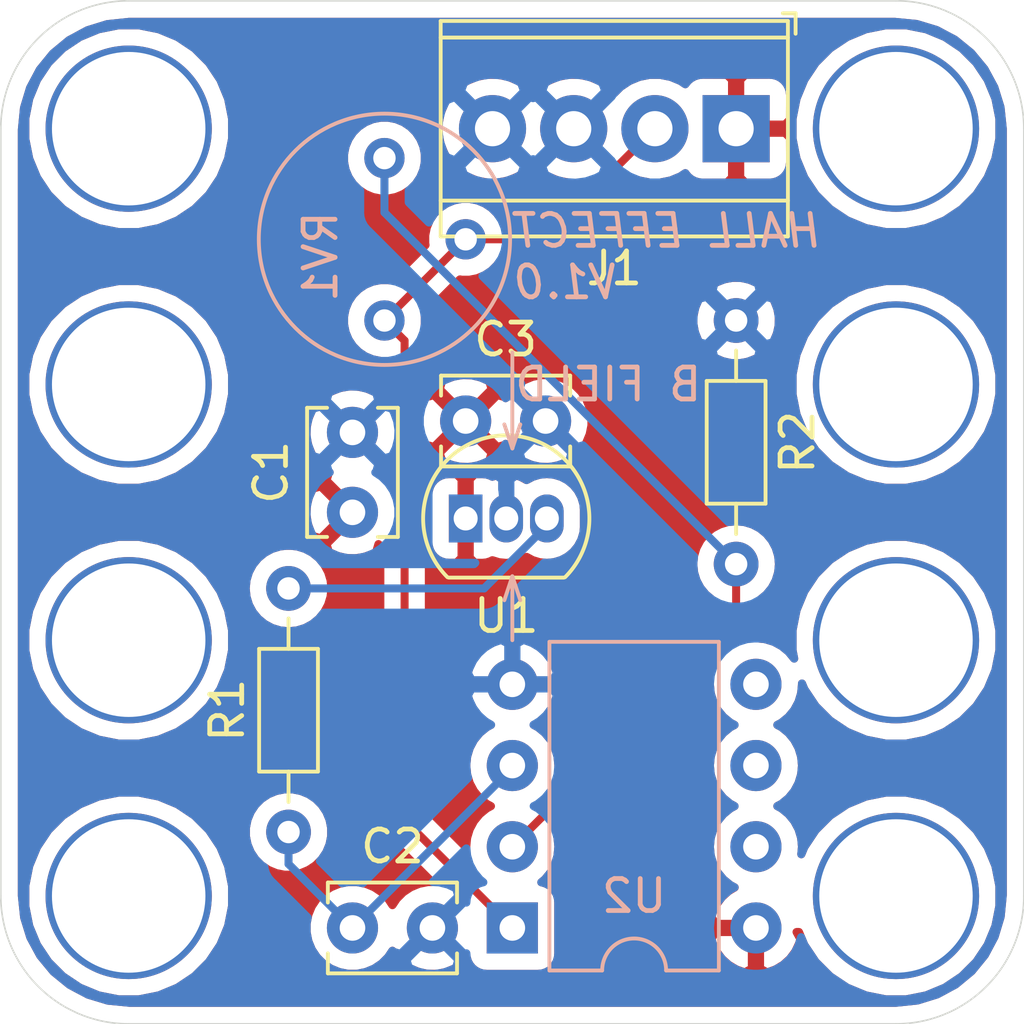
<source format=kicad_pcb>
(kicad_pcb (version 20171130) (host pcbnew "(5.1.4)-1")

  (general
    (thickness 1.6)
    (drawings 41)
    (tracks 17)
    (zones 0)
    (modules 17)
    (nets 7)
  )

  (page A4)
  (layers
    (0 F.Cu signal)
    (31 B.Cu signal)
    (32 B.Adhes user)
    (33 F.Adhes user)
    (34 B.Paste user)
    (35 F.Paste user)
    (36 B.SilkS user)
    (37 F.SilkS user)
    (38 B.Mask user)
    (39 F.Mask user)
    (40 Dwgs.User user)
    (41 Cmts.User user)
    (42 Eco1.User user)
    (43 Eco2.User user)
    (44 Edge.Cuts user)
    (45 Margin user)
    (46 B.CrtYd user)
    (47 F.CrtYd user)
    (48 B.Fab user hide)
    (49 F.Fab user hide)
  )

  (setup
    (last_trace_width 0.25)
    (trace_clearance 0.2)
    (zone_clearance 0.508)
    (zone_45_only no)
    (trace_min 0.2)
    (via_size 0.8)
    (via_drill 0.4)
    (via_min_size 0.4)
    (via_min_drill 0.3)
    (uvia_size 0.3)
    (uvia_drill 0.1)
    (uvias_allowed no)
    (uvia_min_size 0.2)
    (uvia_min_drill 0.1)
    (edge_width 0.05)
    (segment_width 0.2)
    (pcb_text_width 0.3)
    (pcb_text_size 1.5 1.5)
    (mod_edge_width 0.12)
    (mod_text_size 1 1)
    (mod_text_width 0.15)
    (pad_size 1.524 1.524)
    (pad_drill 0.762)
    (pad_to_mask_clearance 0.051)
    (solder_mask_min_width 0.25)
    (aux_axis_origin 0 0)
    (visible_elements 7FFFFFFF)
    (pcbplotparams
      (layerselection 0x010fc_ffffffff)
      (usegerberextensions true)
      (usegerberattributes false)
      (usegerberadvancedattributes false)
      (creategerberjobfile false)
      (excludeedgelayer true)
      (linewidth 0.100000)
      (plotframeref false)
      (viasonmask false)
      (mode 1)
      (useauxorigin false)
      (hpglpennumber 1)
      (hpglpenspeed 20)
      (hpglpendiameter 15.000000)
      (psnegative false)
      (psa4output false)
      (plotreference true)
      (plotvalue true)
      (plotinvisibletext false)
      (padsonsilk false)
      (subtractmaskfromsilk false)
      (outputformat 1)
      (mirror false)
      (drillshape 0)
      (scaleselection 1)
      (outputdirectory "SensorBoardOutjob/"))
  )

  (net 0 "")
  (net 1 GND)
  (net 2 VCC)
  (net 3 "Net-(C2-Pad1)")
  (net 4 /SENSOR_OUT)
  (net 5 "Net-(R1-Pad2)")
  (net 6 "Net-(R2-Pad2)")

  (net_class Default "This is the default net class."
    (clearance 0.2)
    (trace_width 0.25)
    (via_dia 0.8)
    (via_drill 0.4)
    (uvia_dia 0.3)
    (uvia_drill 0.1)
    (add_net /SENSOR_OUT)
    (add_net GND)
    (add_net "Net-(C2-Pad1)")
    (add_net "Net-(R1-Pad2)")
    (add_net "Net-(R2-Pad2)")
    (add_net VCC)
  )

  (module ElectromagnetLegoLib:HallEffectSensor (layer F.Cu) (tedit 5DD74DC6) (tstamp 5DD7ADD3)
    (at 2.54 12.192)
    (descr "TO-92 leads in-line, narrow, oval pads, drill 0.75mm (see NXP sot054_po.pdf)")
    (tags "to-92 sc-43 sc-43a sot54 PA33 transistor")
    (path /5DC4B810)
    (fp_text reference U1 (at 1.27 3.048) (layer F.SilkS)
      (effects (font (size 1 1) (thickness 0.15)))
    )
    (fp_text value DRV5053 (at 1.27 2.79) (layer F.Fab)
      (effects (font (size 1 1) (thickness 0.15)))
    )
    (fp_arc (start 1.27 0) (end 1.27 -2.6) (angle 135) (layer F.SilkS) (width 0.12))
    (fp_arc (start 1.27 0) (end 1.27 -2.48) (angle -135) (layer F.Fab) (width 0.1))
    (fp_arc (start 1.27 0) (end 1.27 -2.6) (angle -135) (layer F.SilkS) (width 0.12))
    (fp_arc (start 1.27 0) (end 1.27 -2.48) (angle 135) (layer F.Fab) (width 0.1))
    (fp_line (start 4 2.01) (end -1.46 2.01) (layer F.CrtYd) (width 0.05))
    (fp_line (start 4 2.01) (end 4 -2.73) (layer F.CrtYd) (width 0.05))
    (fp_line (start -1.46 -2.73) (end -1.46 2.01) (layer F.CrtYd) (width 0.05))
    (fp_line (start -1.46 -2.73) (end 4 -2.73) (layer F.CrtYd) (width 0.05))
    (fp_line (start -0.5 1.75) (end 3 1.75) (layer F.Fab) (width 0.1))
    (fp_line (start -0.53 1.85) (end 3.07 1.85) (layer F.SilkS) (width 0.12))
    (fp_text user %R (at 1.27 -3.56) (layer F.Fab)
      (effects (font (size 1 1) (thickness 0.15)))
    )
    (pad 1 thru_hole rect (at 0 0) (size 1.05 1.5) (drill 0.75) (layers *.Cu *.Mask)
      (net 2 VCC))
    (pad 2 thru_hole oval (at 2.54 0) (size 1.05 1.5) (drill 0.75) (layers *.Cu *.Mask)
      (net 5 "Net-(R1-Pad2)"))
    (pad 3 thru_hole oval (at 1.27 0) (size 1.05 1.5) (drill 0.75) (layers *.Cu *.Mask)
      (net 1 GND))
    (model ${KISYS3DMOD}/Package_TO_SOT_THT.3dshapes/TO-92_Inline.wrl
      (at (xyz 0 0 0))
      (scale (xyz 1 1 1))
      (rotate (xyz 0 0 0))
    )
  )

  (module Capacitor_THT:C_Disc_D3.8mm_W2.6mm_P2.50mm (layer F.Cu) (tedit 5AE50EF0) (tstamp 5DD751E4)
    (at 2.54 9.144)
    (descr "C, Disc series, Radial, pin pitch=2.50mm, , diameter*width=3.8*2.6mm^2, Capacitor, http://www.vishay.com/docs/45233/krseries.pdf")
    (tags "C Disc series Radial pin pitch 2.50mm  diameter 3.8mm width 2.6mm Capacitor")
    (path /5DD74CDA)
    (fp_text reference C3 (at 1.25 -2.55) (layer F.SilkS)
      (effects (font (size 1 1) (thickness 0.15)))
    )
    (fp_text value 0.1u (at 4.064 -2.54) (layer F.Fab)
      (effects (font (size 1 1) (thickness 0.15)))
    )
    (fp_text user %R (at 1.25 0) (layer F.Fab)
      (effects (font (size 0.76 0.76) (thickness 0.114)))
    )
    (fp_line (start 3.55 -1.55) (end -1.05 -1.55) (layer F.CrtYd) (width 0.05))
    (fp_line (start 3.55 1.55) (end 3.55 -1.55) (layer F.CrtYd) (width 0.05))
    (fp_line (start -1.05 1.55) (end 3.55 1.55) (layer F.CrtYd) (width 0.05))
    (fp_line (start -1.05 -1.55) (end -1.05 1.55) (layer F.CrtYd) (width 0.05))
    (fp_line (start 3.27 0.795) (end 3.27 1.42) (layer F.SilkS) (width 0.12))
    (fp_line (start 3.27 -1.42) (end 3.27 -0.795) (layer F.SilkS) (width 0.12))
    (fp_line (start -0.77 0.795) (end -0.77 1.42) (layer F.SilkS) (width 0.12))
    (fp_line (start -0.77 -1.42) (end -0.77 -0.795) (layer F.SilkS) (width 0.12))
    (fp_line (start -0.77 1.42) (end 3.27 1.42) (layer F.SilkS) (width 0.12))
    (fp_line (start -0.77 -1.42) (end 3.27 -1.42) (layer F.SilkS) (width 0.12))
    (fp_line (start 3.15 -1.3) (end -0.65 -1.3) (layer F.Fab) (width 0.1))
    (fp_line (start 3.15 1.3) (end 3.15 -1.3) (layer F.Fab) (width 0.1))
    (fp_line (start -0.65 1.3) (end 3.15 1.3) (layer F.Fab) (width 0.1))
    (fp_line (start -0.65 -1.3) (end -0.65 1.3) (layer F.Fab) (width 0.1))
    (pad 2 thru_hole circle (at 2.5 0) (size 1.6 1.6) (drill 0.8) (layers *.Cu *.Mask)
      (net 1 GND))
    (pad 1 thru_hole circle (at 0 0) (size 1.6 1.6) (drill 0.8) (layers *.Cu *.Mask)
      (net 2 VCC))
    (model ${KISYS3DMOD}/Capacitor_THT.3dshapes/C_Disc_D3.8mm_W2.6mm_P2.50mm.wrl
      (at (xyz 0 0 0))
      (scale (xyz 1 1 1))
      (rotate (xyz 0 0 0))
    )
  )

  (module ElectromagnetLegoLib:LEGO_CONNECTOR_PAD (layer F.Cu) (tedit 5DC35102) (tstamp 5DC4B607)
    (at 16 8 180)
    (path /5DC6E891)
    (fp_text reference H3 (at 0 0.5) (layer F.SilkS)
      (effects (font (size 1 1) (thickness 0.15)))
    )
    (fp_text value MountingHole_Pad (at 0 -0.5) (layer F.Fab)
      (effects (font (size 1 1) (thickness 0.15)))
    )
    (pad 1 thru_hole circle (at 0 0 180) (size 5.2 5.2) (drill 4.8) (layers *.Cu *.Mask))
  )

  (module ElectromagnetLegoLib:LEGO_CONNECTOR_PAD (layer F.Cu) (tedit 5DC35102) (tstamp 5DC4B603)
    (at 16 16 180)
    (path /5DC6DFA4)
    (fp_text reference H2 (at 0 0.5) (layer F.SilkS)
      (effects (font (size 1 1) (thickness 0.15)))
    )
    (fp_text value MountingHole_Pad (at 0 -0.5) (layer F.Fab)
      (effects (font (size 1 1) (thickness 0.15)))
    )
    (pad 1 thru_hole circle (at 0 0 180) (size 5.2 5.2) (drill 4.8) (layers *.Cu *.Mask))
  )

  (module ElectromagnetLegoLib:LEGO_CONNECTOR_PAD (layer F.Cu) (tedit 5DC35102) (tstamp 5DC4B5FF)
    (at 16 24 180)
    (path /5DC61DD3)
    (fp_text reference H1 (at 0 0.5) (layer F.SilkS)
      (effects (font (size 1 1) (thickness 0.15)))
    )
    (fp_text value MountingHole_Pad (at 0 -0.5) (layer F.Fab)
      (effects (font (size 1 1) (thickness 0.15)))
    )
    (pad 1 thru_hole circle (at 0 0 180) (size 5.2 5.2) (drill 4.8) (layers *.Cu *.Mask))
  )

  (module ElectromagnetLegoLib:LEGO_CONNECTOR_PAD (layer F.Cu) (tedit 5DC35102) (tstamp 5DC4B5FB)
    (at 16 0 180)
    (path /5DC6E897)
    (fp_text reference H4 (at 0 0.5) (layer F.SilkS)
      (effects (font (size 1 1) (thickness 0.15)))
    )
    (fp_text value MountingHole_Pad (at 0 -0.5) (layer F.Fab)
      (effects (font (size 1 1) (thickness 0.15)))
    )
    (pad 1 thru_hole circle (at 0 0 180) (size 5.2 5.2) (drill 4.8) (layers *.Cu *.Mask))
  )

  (module ElectromagnetLegoLib:LEGO_CONNECTOR_PAD (layer F.Cu) (tedit 5DC35102) (tstamp 5DC4AD77)
    (at -8 16)
    (path /5DC6E891)
    (fp_text reference H3 (at 0 0.5) (layer F.SilkS)
      (effects (font (size 1 1) (thickness 0.15)))
    )
    (fp_text value MountingHole_Pad (at 0 -0.5) (layer F.Fab)
      (effects (font (size 1 1) (thickness 0.15)))
    )
    (pad 1 thru_hole circle (at 0 0) (size 5.2 5.2) (drill 4.8) (layers *.Cu *.Mask))
  )

  (module ElectromagnetLegoLib:LEGO_CONNECTOR_PAD (layer F.Cu) (tedit 5DC35102) (tstamp 5DC4AD73)
    (at -8 8)
    (path /5DC6DFA4)
    (fp_text reference H2 (at 0 0.5) (layer F.SilkS)
      (effects (font (size 1 1) (thickness 0.15)))
    )
    (fp_text value MountingHole_Pad (at 0 -0.5) (layer F.Fab)
      (effects (font (size 1 1) (thickness 0.15)))
    )
    (pad 1 thru_hole circle (at 0 0) (size 5.2 5.2) (drill 4.8) (layers *.Cu *.Mask))
  )

  (module ElectromagnetLegoLib:LEGO_CONNECTOR_PAD (layer F.Cu) (tedit 5DC35102) (tstamp 5DC4AD6F)
    (at -8 0)
    (path /5DC61DD3)
    (fp_text reference H1 (at 0 0.5) (layer F.SilkS)
      (effects (font (size 1 1) (thickness 0.15)))
    )
    (fp_text value MountingHole_Pad (at 0 -0.5) (layer F.Fab)
      (effects (font (size 1 1) (thickness 0.15)))
    )
    (pad 1 thru_hole circle (at 0 0) (size 5.2 5.2) (drill 4.8) (layers *.Cu *.Mask))
  )

  (module ElectromagnetLegoLib:LEGO_CONNECTOR_PAD (layer F.Cu) (tedit 5DC35102) (tstamp 5DC4AD6B)
    (at -8 24)
    (path /5DC6E897)
    (fp_text reference H4 (at 0 0.5) (layer F.SilkS)
      (effects (font (size 1 1) (thickness 0.15)))
    )
    (fp_text value MountingHole_Pad (at 0 -0.5) (layer F.Fab)
      (effects (font (size 1 1) (thickness 0.15)))
    )
    (pad 1 thru_hole circle (at 0 0) (size 5.2 5.2) (drill 4.8) (layers *.Cu *.Mask))
  )

  (module Package_DIP:DIP-8_W7.62mm (layer B.Cu) (tedit 5A02E8C5) (tstamp 5DC4B393)
    (at 4 25)
    (descr "8-lead though-hole mounted DIP package, row spacing 7.62 mm (300 mils)")
    (tags "THT DIP DIL PDIP 2.54mm 7.62mm 300mil")
    (path /5DC4F464)
    (fp_text reference U2 (at 3.81 -1) (layer B.SilkS)
      (effects (font (size 1 1) (thickness 0.15)) (justify mirror))
    )
    (fp_text value LM358 (at 3.81 -9.95) (layer B.Fab)
      (effects (font (size 1 1) (thickness 0.15)) (justify mirror))
    )
    (fp_text user %R (at 3.81 -3.81) (layer B.Fab)
      (effects (font (size 1 1) (thickness 0.15)) (justify mirror))
    )
    (fp_line (start 8.7 1.55) (end -1.1 1.55) (layer B.CrtYd) (width 0.05))
    (fp_line (start 8.7 -9.15) (end 8.7 1.55) (layer B.CrtYd) (width 0.05))
    (fp_line (start -1.1 -9.15) (end 8.7 -9.15) (layer B.CrtYd) (width 0.05))
    (fp_line (start -1.1 1.55) (end -1.1 -9.15) (layer B.CrtYd) (width 0.05))
    (fp_line (start 6.46 1.33) (end 4.81 1.33) (layer B.SilkS) (width 0.12))
    (fp_line (start 6.46 -8.95) (end 6.46 1.33) (layer B.SilkS) (width 0.12))
    (fp_line (start 1.16 -8.95) (end 6.46 -8.95) (layer B.SilkS) (width 0.12))
    (fp_line (start 1.16 1.33) (end 1.16 -8.95) (layer B.SilkS) (width 0.12))
    (fp_line (start 2.81 1.33) (end 1.16 1.33) (layer B.SilkS) (width 0.12))
    (fp_line (start 0.635 0.27) (end 1.635 1.27) (layer B.Fab) (width 0.1))
    (fp_line (start 0.635 -8.89) (end 0.635 0.27) (layer B.Fab) (width 0.1))
    (fp_line (start 6.985 -8.89) (end 0.635 -8.89) (layer B.Fab) (width 0.1))
    (fp_line (start 6.985 1.27) (end 6.985 -8.89) (layer B.Fab) (width 0.1))
    (fp_line (start 1.635 1.27) (end 6.985 1.27) (layer B.Fab) (width 0.1))
    (fp_arc (start 3.81 1.33) (end 2.81 1.33) (angle 180) (layer B.SilkS) (width 0.12))
    (pad 8 thru_hole oval (at 7.62 0) (size 1.6 1.6) (drill 0.8) (layers *.Cu *.Mask)
      (net 2 VCC))
    (pad 4 thru_hole oval (at 0 -7.62) (size 1.6 1.6) (drill 0.8) (layers *.Cu *.Mask)
      (net 1 GND))
    (pad 7 thru_hole oval (at 7.62 -2.54) (size 1.6 1.6) (drill 0.8) (layers *.Cu *.Mask))
    (pad 3 thru_hole oval (at 0 -5.08) (size 1.6 1.6) (drill 0.8) (layers *.Cu *.Mask)
      (net 3 "Net-(C2-Pad1)"))
    (pad 6 thru_hole oval (at 7.62 -5.08) (size 1.6 1.6) (drill 0.8) (layers *.Cu *.Mask))
    (pad 2 thru_hole oval (at 0 -2.54) (size 1.6 1.6) (drill 0.8) (layers *.Cu *.Mask)
      (net 6 "Net-(R2-Pad2)"))
    (pad 5 thru_hole oval (at 7.62 -7.62) (size 1.6 1.6) (drill 0.8) (layers *.Cu *.Mask))
    (pad 1 thru_hole rect (at 0 0) (size 1.6 1.6) (drill 0.8) (layers *.Cu *.Mask)
      (net 4 /SENSOR_OUT))
    (model ${KISYS3DMOD}/Package_DIP.3dshapes/DIP-8_W7.62mm.wrl
      (at (xyz 0 0 0))
      (scale (xyz 1 1 1))
      (rotate (xyz 0 0 0))
    )
  )

  (module Potentiometer_THT:Potentiometer_Bourns_3339P_Vertical (layer B.Cu) (tedit 5A3D4993) (tstamp 5DC4B365)
    (at 0 6 180)
    (descr "Potentiometer, vertical, Bourns 3339P, http://www.bourns.com/docs/Product-Datasheets/3339.pdf")
    (tags "Potentiometer vertical Bourns 3339P")
    (path /5DC64A46)
    (fp_text reference RV1 (at 2 2 90) (layer B.SilkS)
      (effects (font (size 1 1) (thickness 0.15)) (justify mirror))
    )
    (fp_text value 20k (at 0 -2.52) (layer B.Fab)
      (effects (font (size 1 1) (thickness 0.15)) (justify mirror))
    )
    (fp_text user %R (at -3.018 2.54 -90) (layer B.Fab)
      (effects (font (size 0.66 0.66) (thickness 0.15)) (justify mirror))
    )
    (fp_line (start 4.1 6.6) (end -4.1 6.6) (layer B.CrtYd) (width 0.05))
    (fp_line (start 4.1 -1.55) (end 4.1 6.6) (layer B.CrtYd) (width 0.05))
    (fp_line (start -4.1 -1.55) (end 4.1 -1.55) (layer B.CrtYd) (width 0.05))
    (fp_line (start -4.1 6.6) (end -4.1 -1.55) (layer B.CrtYd) (width 0.05))
    (fp_line (start 0 0.064) (end 0.001 5.014) (layer B.Fab) (width 0.1))
    (fp_line (start 0 0.064) (end 0.001 5.014) (layer B.Fab) (width 0.1))
    (fp_circle (center 0 2.54) (end 3.93 2.54) (layer B.SilkS) (width 0.12))
    (fp_circle (center 0 2.54) (end 2.5 2.54) (layer B.Fab) (width 0.1))
    (fp_circle (center 0 2.54) (end 3.81 2.54) (layer B.Fab) (width 0.1))
    (pad 1 thru_hole circle (at 0 0 180) (size 1.26 1.26) (drill 0.7) (layers *.Cu *.Mask)
      (net 4 /SENSOR_OUT))
    (pad 2 thru_hole circle (at -2.54 2.54 180) (size 1.26 1.26) (drill 0.7) (layers *.Cu *.Mask)
      (net 4 /SENSOR_OUT))
    (pad 3 thru_hole circle (at 0 5.08 180) (size 1.26 1.26) (drill 0.7) (layers *.Cu *.Mask)
      (net 6 "Net-(R2-Pad2)"))
    (model ${KISYS3DMOD}/Potentiometer_THT.3dshapes/Potentiometer_Bourns_3339P_Vertical.wrl
      (at (xyz 0 0 0))
      (scale (xyz 1 1 1))
      (rotate (xyz 0 0 0))
    )
  )

  (module Resistor_THT:R_Axial_DIN0204_L3.6mm_D1.6mm_P7.62mm_Horizontal (layer F.Cu) (tedit 5AE5139B) (tstamp 5DC4B354)
    (at 11 6 270)
    (descr "Resistor, Axial_DIN0204 series, Axial, Horizontal, pin pitch=7.62mm, 0.167W, length*diameter=3.6*1.6mm^2, http://cdn-reichelt.de/documents/datenblatt/B400/1_4W%23YAG.pdf")
    (tags "Resistor Axial_DIN0204 series Axial Horizontal pin pitch 7.62mm 0.167W length 3.6mm diameter 1.6mm")
    (path /5DC656C7)
    (fp_text reference R2 (at 3.81 -1.92 90) (layer F.SilkS)
      (effects (font (size 1 1) (thickness 0.15)))
    )
    (fp_text value 1k (at 3.81 1.92 90) (layer F.Fab)
      (effects (font (size 1 1) (thickness 0.15)))
    )
    (fp_text user %R (at 3.81 0 90) (layer F.Fab)
      (effects (font (size 0.72 0.72) (thickness 0.108)))
    )
    (fp_line (start 8.57 -1.05) (end -0.95 -1.05) (layer F.CrtYd) (width 0.05))
    (fp_line (start 8.57 1.05) (end 8.57 -1.05) (layer F.CrtYd) (width 0.05))
    (fp_line (start -0.95 1.05) (end 8.57 1.05) (layer F.CrtYd) (width 0.05))
    (fp_line (start -0.95 -1.05) (end -0.95 1.05) (layer F.CrtYd) (width 0.05))
    (fp_line (start 6.68 0) (end 5.73 0) (layer F.SilkS) (width 0.12))
    (fp_line (start 0.94 0) (end 1.89 0) (layer F.SilkS) (width 0.12))
    (fp_line (start 5.73 -0.92) (end 1.89 -0.92) (layer F.SilkS) (width 0.12))
    (fp_line (start 5.73 0.92) (end 5.73 -0.92) (layer F.SilkS) (width 0.12))
    (fp_line (start 1.89 0.92) (end 5.73 0.92) (layer F.SilkS) (width 0.12))
    (fp_line (start 1.89 -0.92) (end 1.89 0.92) (layer F.SilkS) (width 0.12))
    (fp_line (start 7.62 0) (end 5.61 0) (layer F.Fab) (width 0.1))
    (fp_line (start 0 0) (end 2.01 0) (layer F.Fab) (width 0.1))
    (fp_line (start 5.61 -0.8) (end 2.01 -0.8) (layer F.Fab) (width 0.1))
    (fp_line (start 5.61 0.8) (end 5.61 -0.8) (layer F.Fab) (width 0.1))
    (fp_line (start 2.01 0.8) (end 5.61 0.8) (layer F.Fab) (width 0.1))
    (fp_line (start 2.01 -0.8) (end 2.01 0.8) (layer F.Fab) (width 0.1))
    (pad 2 thru_hole oval (at 7.62 0 270) (size 1.4 1.4) (drill 0.7) (layers *.Cu *.Mask)
      (net 6 "Net-(R2-Pad2)"))
    (pad 1 thru_hole circle (at 0 0 270) (size 1.4 1.4) (drill 0.7) (layers *.Cu *.Mask)
      (net 1 GND))
    (model ${KISYS3DMOD}/Resistor_THT.3dshapes/R_Axial_DIN0204_L3.6mm_D1.6mm_P7.62mm_Horizontal.wrl
      (at (xyz 0 0 0))
      (scale (xyz 1 1 1))
      (rotate (xyz 0 0 0))
    )
  )

  (module Resistor_THT:R_Axial_DIN0204_L3.6mm_D1.6mm_P7.62mm_Horizontal (layer F.Cu) (tedit 5AE5139B) (tstamp 5DC4B33D)
    (at -3 22 90)
    (descr "Resistor, Axial_DIN0204 series, Axial, Horizontal, pin pitch=7.62mm, 0.167W, length*diameter=3.6*1.6mm^2, http://cdn-reichelt.de/documents/datenblatt/B400/1_4W%23YAG.pdf")
    (tags "Resistor Axial_DIN0204 series Axial Horizontal pin pitch 7.62mm 0.167W length 3.6mm diameter 1.6mm")
    (path /5DC54DD4)
    (fp_text reference R1 (at 3.81 -1.92 90) (layer F.SilkS)
      (effects (font (size 1 1) (thickness 0.15)))
    )
    (fp_text value 10k (at 3.81 1.92 90) (layer F.Fab)
      (effects (font (size 1 1) (thickness 0.15)))
    )
    (fp_text user %R (at 3.81 0 90) (layer F.Fab)
      (effects (font (size 0.72 0.72) (thickness 0.108)))
    )
    (fp_line (start 8.57 -1.05) (end -0.95 -1.05) (layer F.CrtYd) (width 0.05))
    (fp_line (start 8.57 1.05) (end 8.57 -1.05) (layer F.CrtYd) (width 0.05))
    (fp_line (start -0.95 1.05) (end 8.57 1.05) (layer F.CrtYd) (width 0.05))
    (fp_line (start -0.95 -1.05) (end -0.95 1.05) (layer F.CrtYd) (width 0.05))
    (fp_line (start 6.68 0) (end 5.73 0) (layer F.SilkS) (width 0.12))
    (fp_line (start 0.94 0) (end 1.89 0) (layer F.SilkS) (width 0.12))
    (fp_line (start 5.73 -0.92) (end 1.89 -0.92) (layer F.SilkS) (width 0.12))
    (fp_line (start 5.73 0.92) (end 5.73 -0.92) (layer F.SilkS) (width 0.12))
    (fp_line (start 1.89 0.92) (end 5.73 0.92) (layer F.SilkS) (width 0.12))
    (fp_line (start 1.89 -0.92) (end 1.89 0.92) (layer F.SilkS) (width 0.12))
    (fp_line (start 7.62 0) (end 5.61 0) (layer F.Fab) (width 0.1))
    (fp_line (start 0 0) (end 2.01 0) (layer F.Fab) (width 0.1))
    (fp_line (start 5.61 -0.8) (end 2.01 -0.8) (layer F.Fab) (width 0.1))
    (fp_line (start 5.61 0.8) (end 5.61 -0.8) (layer F.Fab) (width 0.1))
    (fp_line (start 2.01 0.8) (end 5.61 0.8) (layer F.Fab) (width 0.1))
    (fp_line (start 2.01 -0.8) (end 2.01 0.8) (layer F.Fab) (width 0.1))
    (pad 2 thru_hole oval (at 7.62 0 90) (size 1.4 1.4) (drill 0.7) (layers *.Cu *.Mask)
      (net 5 "Net-(R1-Pad2)"))
    (pad 1 thru_hole circle (at 0 0 90) (size 1.4 1.4) (drill 0.7) (layers *.Cu *.Mask)
      (net 3 "Net-(C2-Pad1)"))
    (model ${KISYS3DMOD}/Resistor_THT.3dshapes/R_Axial_DIN0204_L3.6mm_D1.6mm_P7.62mm_Horizontal.wrl
      (at (xyz 0 0 0))
      (scale (xyz 1 1 1))
      (rotate (xyz 0 0 0))
    )
  )

  (module TerminalBlock_TE-Connectivity:TerminalBlock_TE_282834-4_1x04_P2.54mm_Horizontal (layer F.Cu) (tedit 5B1EC513) (tstamp 5DC4B326)
    (at 11 0 180)
    (descr "Terminal Block TE 282834-4, 4 pins, pitch 2.54mm, size 10.620000000000001x6.5mm^2, drill diamater 1.1mm, pad diameter 2.1mm, see http://www.te.com/commerce/DocumentDelivery/DDEController?Action=showdoc&DocId=Customer+Drawing%7F282834%7FC1%7Fpdf%7FEnglish%7FENG_CD_282834_C1.pdf, script-generated using https://github.com/pointhi/kicad-footprint-generator/scripts/TerminalBlock_TE-Connectivity")
    (tags "THT Terminal Block TE 282834-4 pitch 2.54mm size 10.620000000000001x6.5mm^2 drill 1.1mm pad 2.1mm")
    (path /5DC4CE19)
    (fp_text reference J1 (at 3.81 -4.37) (layer F.SilkS)
      (effects (font (size 1 1) (thickness 0.15)))
    )
    (fp_text value Screw_Terminal_01x04 (at 3.81 4.37) (layer F.Fab)
      (effects (font (size 1 1) (thickness 0.15)))
    )
    (fp_text user %R (at 3.81 2) (layer F.Fab)
      (effects (font (size 1 1) (thickness 0.15)))
    )
    (fp_line (start 9.63 -3.75) (end -2 -3.75) (layer F.CrtYd) (width 0.05))
    (fp_line (start 9.63 3.75) (end 9.63 -3.75) (layer F.CrtYd) (width 0.05))
    (fp_line (start -2 3.75) (end 9.63 3.75) (layer F.CrtYd) (width 0.05))
    (fp_line (start -2 -3.75) (end -2 3.75) (layer F.CrtYd) (width 0.05))
    (fp_line (start -1.86 3.61) (end -1.46 3.61) (layer F.SilkS) (width 0.12))
    (fp_line (start -1.86 2.97) (end -1.86 3.61) (layer F.SilkS) (width 0.12))
    (fp_line (start 8.321 -0.835) (end 6.786 0.7) (layer F.Fab) (width 0.1))
    (fp_line (start 8.455 -0.7) (end 6.92 0.835) (layer F.Fab) (width 0.1))
    (fp_line (start 5.781 -0.835) (end 4.246 0.7) (layer F.Fab) (width 0.1))
    (fp_line (start 5.915 -0.7) (end 4.38 0.835) (layer F.Fab) (width 0.1))
    (fp_line (start 3.241 -0.835) (end 1.706 0.7) (layer F.Fab) (width 0.1))
    (fp_line (start 3.375 -0.7) (end 1.84 0.835) (layer F.Fab) (width 0.1))
    (fp_line (start 0.701 -0.835) (end -0.835 0.7) (layer F.Fab) (width 0.1))
    (fp_line (start 0.835 -0.7) (end -0.701 0.835) (layer F.Fab) (width 0.1))
    (fp_line (start 9.241 -3.37) (end 9.241 3.37) (layer F.SilkS) (width 0.12))
    (fp_line (start -1.62 -3.37) (end -1.62 3.37) (layer F.SilkS) (width 0.12))
    (fp_line (start -1.62 3.37) (end 9.241 3.37) (layer F.SilkS) (width 0.12))
    (fp_line (start -1.62 -3.37) (end 9.241 -3.37) (layer F.SilkS) (width 0.12))
    (fp_line (start -1.62 -2.25) (end 9.241 -2.25) (layer F.SilkS) (width 0.12))
    (fp_line (start -1.5 -2.25) (end 9.12 -2.25) (layer F.Fab) (width 0.1))
    (fp_line (start -1.62 2.85) (end 9.241 2.85) (layer F.SilkS) (width 0.12))
    (fp_line (start -1.5 2.85) (end 9.12 2.85) (layer F.Fab) (width 0.1))
    (fp_line (start -1.5 2.85) (end -1.5 -3.25) (layer F.Fab) (width 0.1))
    (fp_line (start -1.1 3.25) (end -1.5 2.85) (layer F.Fab) (width 0.1))
    (fp_line (start 9.12 3.25) (end -1.1 3.25) (layer F.Fab) (width 0.1))
    (fp_line (start 9.12 -3.25) (end 9.12 3.25) (layer F.Fab) (width 0.1))
    (fp_line (start -1.5 -3.25) (end 9.12 -3.25) (layer F.Fab) (width 0.1))
    (fp_circle (center 7.62 0) (end 8.72 0) (layer F.Fab) (width 0.1))
    (fp_circle (center 5.08 0) (end 6.18 0) (layer F.Fab) (width 0.1))
    (fp_circle (center 2.54 0) (end 3.64 0) (layer F.Fab) (width 0.1))
    (fp_circle (center 0 0) (end 1.1 0) (layer F.Fab) (width 0.1))
    (pad 4 thru_hole circle (at 7.62 0 180) (size 2.1 2.1) (drill 1.1) (layers *.Cu *.Mask)
      (net 1 GND))
    (pad 3 thru_hole circle (at 5.08 0 180) (size 2.1 2.1) (drill 1.1) (layers *.Cu *.Mask)
      (net 1 GND))
    (pad 2 thru_hole circle (at 2.54 0 180) (size 2.1 2.1) (drill 1.1) (layers *.Cu *.Mask)
      (net 4 /SENSOR_OUT))
    (pad 1 thru_hole rect (at 0 0 180) (size 2.1 2.1) (drill 1.1) (layers *.Cu *.Mask)
      (net 2 VCC))
    (model ${KISYS3DMOD}/TerminalBlock_TE-Connectivity.3dshapes/TerminalBlock_TE_282834-4_1x04_P2.54mm_Horizontal.wrl
      (at (xyz 0 0 0))
      (scale (xyz 1 1 1))
      (rotate (xyz 0 0 0))
    )
  )

  (module Capacitor_THT:C_Disc_D3.8mm_W2.6mm_P2.50mm (layer F.Cu) (tedit 5AE50EF0) (tstamp 5DC4B2FE)
    (at -1 25)
    (descr "C, Disc series, Radial, pin pitch=2.50mm, , diameter*width=3.8*2.6mm^2, Capacitor, http://www.vishay.com/docs/45233/krseries.pdf")
    (tags "C Disc series Radial pin pitch 2.50mm  diameter 3.8mm width 2.6mm Capacitor")
    (path /5DC5868B)
    (fp_text reference C2 (at 1.25 -2.55) (layer F.SilkS)
      (effects (font (size 1 1) (thickness 0.15)))
    )
    (fp_text value 0.1u (at 1.25 2.55) (layer F.Fab)
      (effects (font (size 1 1) (thickness 0.15)))
    )
    (fp_text user %R (at 1.25 0) (layer F.Fab)
      (effects (font (size 0.76 0.76) (thickness 0.114)))
    )
    (fp_line (start 3.55 -1.55) (end -1.05 -1.55) (layer F.CrtYd) (width 0.05))
    (fp_line (start 3.55 1.55) (end 3.55 -1.55) (layer F.CrtYd) (width 0.05))
    (fp_line (start -1.05 1.55) (end 3.55 1.55) (layer F.CrtYd) (width 0.05))
    (fp_line (start -1.05 -1.55) (end -1.05 1.55) (layer F.CrtYd) (width 0.05))
    (fp_line (start 3.27 0.795) (end 3.27 1.42) (layer F.SilkS) (width 0.12))
    (fp_line (start 3.27 -1.42) (end 3.27 -0.795) (layer F.SilkS) (width 0.12))
    (fp_line (start -0.77 0.795) (end -0.77 1.42) (layer F.SilkS) (width 0.12))
    (fp_line (start -0.77 -1.42) (end -0.77 -0.795) (layer F.SilkS) (width 0.12))
    (fp_line (start -0.77 1.42) (end 3.27 1.42) (layer F.SilkS) (width 0.12))
    (fp_line (start -0.77 -1.42) (end 3.27 -1.42) (layer F.SilkS) (width 0.12))
    (fp_line (start 3.15 -1.3) (end -0.65 -1.3) (layer F.Fab) (width 0.1))
    (fp_line (start 3.15 1.3) (end 3.15 -1.3) (layer F.Fab) (width 0.1))
    (fp_line (start -0.65 1.3) (end 3.15 1.3) (layer F.Fab) (width 0.1))
    (fp_line (start -0.65 -1.3) (end -0.65 1.3) (layer F.Fab) (width 0.1))
    (pad 2 thru_hole circle (at 2.5 0) (size 1.6 1.6) (drill 0.8) (layers *.Cu *.Mask)
      (net 1 GND))
    (pad 1 thru_hole circle (at 0 0) (size 1.6 1.6) (drill 0.8) (layers *.Cu *.Mask)
      (net 3 "Net-(C2-Pad1)"))
    (model ${KISYS3DMOD}/Capacitor_THT.3dshapes/C_Disc_D3.8mm_W2.6mm_P2.50mm.wrl
      (at (xyz 0 0 0))
      (scale (xyz 1 1 1))
      (rotate (xyz 0 0 0))
    )
  )

  (module Capacitor_THT:C_Disc_D3.8mm_W2.6mm_P2.50mm (layer F.Cu) (tedit 5AE50EF0) (tstamp 5DC4B2E9)
    (at -1 12 90)
    (descr "C, Disc series, Radial, pin pitch=2.50mm, , diameter*width=3.8*2.6mm^2, Capacitor, http://www.vishay.com/docs/45233/krseries.pdf")
    (tags "C Disc series Radial pin pitch 2.50mm  diameter 3.8mm width 2.6mm Capacitor")
    (path /5DC56945)
    (fp_text reference C1 (at 1.25 -2.55 90) (layer F.SilkS)
      (effects (font (size 1 1) (thickness 0.15)))
    )
    (fp_text value 0.1u (at -2.732 1 90) (layer F.Fab)
      (effects (font (size 1 1) (thickness 0.15)))
    )
    (fp_text user %R (at 1.25 0 90) (layer F.Fab)
      (effects (font (size 0.76 0.76) (thickness 0.114)))
    )
    (fp_line (start 3.55 -1.55) (end -1.05 -1.55) (layer F.CrtYd) (width 0.05))
    (fp_line (start 3.55 1.55) (end 3.55 -1.55) (layer F.CrtYd) (width 0.05))
    (fp_line (start -1.05 1.55) (end 3.55 1.55) (layer F.CrtYd) (width 0.05))
    (fp_line (start -1.05 -1.55) (end -1.05 1.55) (layer F.CrtYd) (width 0.05))
    (fp_line (start 3.27 0.795) (end 3.27 1.42) (layer F.SilkS) (width 0.12))
    (fp_line (start 3.27 -1.42) (end 3.27 -0.795) (layer F.SilkS) (width 0.12))
    (fp_line (start -0.77 0.795) (end -0.77 1.42) (layer F.SilkS) (width 0.12))
    (fp_line (start -0.77 -1.42) (end -0.77 -0.795) (layer F.SilkS) (width 0.12))
    (fp_line (start -0.77 1.42) (end 3.27 1.42) (layer F.SilkS) (width 0.12))
    (fp_line (start -0.77 -1.42) (end 3.27 -1.42) (layer F.SilkS) (width 0.12))
    (fp_line (start 3.15 -1.3) (end -0.65 -1.3) (layer F.Fab) (width 0.1))
    (fp_line (start 3.15 1.3) (end 3.15 -1.3) (layer F.Fab) (width 0.1))
    (fp_line (start -0.65 1.3) (end 3.15 1.3) (layer F.Fab) (width 0.1))
    (fp_line (start -0.65 -1.3) (end -0.65 1.3) (layer F.Fab) (width 0.1))
    (pad 2 thru_hole circle (at 2.5 0 90) (size 1.6 1.6) (drill 0.8) (layers *.Cu *.Mask)
      (net 1 GND))
    (pad 1 thru_hole circle (at 0 0 90) (size 1.6 1.6) (drill 0.8) (layers *.Cu *.Mask)
      (net 2 VCC))
    (model ${KISYS3DMOD}/Capacitor_THT.3dshapes/C_Disc_D3.8mm_W2.6mm_P2.50mm.wrl
      (at (xyz 0 0 0))
      (scale (xyz 1 1 1))
      (rotate (xyz 0 0 0))
    )
  )

  (gr_line (start 4 14) (end 3.75 14.75) (layer B.SilkS) (width 0.12))
  (gr_line (start 4 14) (end 4.25 14.75) (layer B.SilkS) (width 0.12))
  (gr_line (start 4 10) (end 4.25 9.25) (layer B.SilkS) (width 0.12))
  (gr_line (start 4 10) (end 3.75 9.25) (layer B.SilkS) (width 0.12))
  (gr_text "B FIELD" (at 7 8) (layer B.SilkS)
    (effects (font (size 1 1) (thickness 0.15)) (justify mirror))
  )
  (gr_line (start 4 14) (end 4 16) (layer B.SilkS) (width 0.12))
  (gr_line (start 4 10) (end 4 7) (layer B.SilkS) (width 0.12))
  (gr_text "HALL EFFECT\nV1.0" (at 4 4) (layer B.SilkS)
    (effects (font (size 1 1) (thickness 0.15) italic) (justify right mirror))
  )
  (gr_curve (pts (xy 8.935947 3.802994) (xy 8.935947 3.75236) (xy 8.872315 3.714163) (xy 8.787897 3.714163)) (layer Dwgs.User) (width 0.002))
  (gr_curve (pts (xy 8.787897 3.891824) (xy 8.872315 3.891824) (xy 8.935947 3.853627) (xy 8.935947 3.802994)) (layer Dwgs.User) (width 0.002))
  (gr_curve (pts (xy 9.054388 3.654943) (xy 9.111714 3.654943) (xy 9.143219 3.67718) (xy 9.143219 3.684553)) (layer Dwgs.User) (width 0.002))
  (gr_line (start 9.32088 3.803467) (end 9.32088 4.227485) (layer Dwgs.User) (width 0.002))
  (gr_curve (pts (xy 8.933608 3.551307) (xy 8.924103 3.514087) (xy 8.87883 3.485868) (xy 8.817507 3.478969)) (layer Dwgs.User) (width 0.002))
  (gr_curve (pts (xy 9.378857 3.767224) (xy 9.383052 3.752823) (xy 9.375814 3.737559) (xy 9.362009 3.731692)) (layer Dwgs.User) (width 0.002))
  (gr_curve (pts (xy 9.3801 3.773383) (xy 9.379915 3.771291) (xy 9.379498 3.769225) (xy 9.378857 3.767224)) (layer Dwgs.User) (width 0.002))
  (gr_curve (pts (xy 8.657849 3.608988) (xy 8.712124 3.670399) (xy 8.863699 3.670369) (xy 8.917945 3.608988)) (layer Dwgs.User) (width 0.002))
  (gr_line (start 9.32088 4.227485) (end 8.817507 4.439435) (layer Dwgs.User) (width 0.002))
  (gr_curve (pts (xy 9.054388 3.595722) (xy 9.033217 3.595722) (xy 9.062324 3.605553) (xy 8.933608 3.551307)) (layer Dwgs.User) (width 0.002))
  (gr_curve (pts (xy 9.274244 3.758845) (xy 9.274244 3.758845) (xy 8.787897 3.963629) (xy 8.787897 3.963629)) (layer Dwgs.User) (width 0.002))
  (gr_curve (pts (xy 9.054388 3.714163) (xy 8.997063 3.714163) (xy 8.965558 3.691926) (xy 8.965558 3.684553)) (layer Dwgs.User) (width 0.002))
  (gr_curve (pts (xy 9.362009 3.731692) (xy 9.362009 3.731692) (xy 9.197583 3.662375) (xy 9.197583 3.662375)) (layer Dwgs.User) (width 0.002))
  (gr_line (start 8.817507 4.015417) (end 9.32088 3.803467) (layer Dwgs.User) (width 0.002))
  (gr_curve (pts (xy 8.787897 4.513638) (xy 8.797905 4.513638) (xy 8.760655 4.527614) (xy 9.361979 4.274447)) (layer Dwgs.User) (width 0.002))
  (gr_curve (pts (xy 9.054388 3.773383) (xy 9.104423 3.777297) (xy 9.153603 3.75874) (xy 9.188582 3.72275)) (layer Dwgs.User) (width 0.002))
  (gr_curve (pts (xy 9.143219 3.684553) (xy 9.143219 3.691926) (xy 9.111714 3.714163) (xy 9.054388 3.714163)) (layer Dwgs.User) (width 0.002))
  (gr_curve (pts (xy 8.965558 3.684553) (xy 8.965558 3.67718) (xy 8.997063 3.654943) (xy 9.054388 3.654943)) (layer Dwgs.User) (width 0.002))
  (gr_curve (pts (xy 9.197583 3.662375) (xy 9.18186 3.6232) (xy 9.125778 3.595722) (xy 9.054388 3.595722)) (layer Dwgs.User) (width 0.002))
  (gr_curve (pts (xy 8.948028 3.621661) (xy 8.863521 3.673153) (xy 8.911578 3.773383) (xy 9.054388 3.773383)) (layer Dwgs.User) (width 0.002))
  (gr_curve (pts (xy 9.188582 3.72275) (xy 9.188582 3.72275) (xy 9.274244 3.758845) (xy 9.274244 3.758845)) (layer Dwgs.User) (width 0.002))
  (gr_curve (pts (xy 9.3801 3.773383) (xy 9.3801 3.773383) (xy 9.3801 3.773383) (xy 9.3801 3.773383)) (layer Dwgs.User) (width 0.002))
  (gr_curve (pts (xy 9.374741 4.263195) (xy 9.382144 4.252032) (xy 9.3801 4.287653) (xy 9.3801 3.773383)) (layer Dwgs.User) (width 0.002))
  (gr_curve (pts (xy 9.361979 4.274447) (xy 9.367511 4.27246) (xy 9.372076 4.268435) (xy 9.374741 4.263195)) (layer Dwgs.User) (width 0.002))
  (gr_curve (pts (xy 8.917945 3.608988) (xy 8.917945 3.608988) (xy 8.948028 3.621661) (xy 8.948028 3.621661)) (layer Dwgs.User) (width 0.002))
  (gr_line (start 16 28) (end -8 28) (layer Edge.Cuts) (width 0.05) (tstamp 5DC4B6CF))
  (gr_line (start -8 -4) (end 16 -4) (layer Edge.Cuts) (width 0.05) (tstamp 5DC4B6CE))
  (gr_arc (start 16 24) (end 16 28) (angle -90) (layer Edge.Cuts) (width 0.05) (tstamp 5DC4B5FA))
  (gr_arc (start 16 0) (end 20 0) (angle -90) (layer Edge.Cuts) (width 0.05) (tstamp 5DC4B5F9))
  (gr_line (start 20 0) (end 20 24) (layer Edge.Cuts) (width 0.05) (tstamp 5DC4B5F8))
  (gr_arc (start -8 24) (end -12 24) (angle -90) (layer Edge.Cuts) (width 0.05) (tstamp 5DC4AD6A))
  (gr_line (start -12 24) (end -12 0) (layer Edge.Cuts) (width 0.05) (tstamp 5DC4AD69))
  (gr_arc (start -8 0) (end -8 -4) (angle -90) (layer Edge.Cuts) (width 0.05) (tstamp 5DC4AD68))

  (segment (start -3 23) (end -1 25) (width 0.25) (layer B.Cu) (net 3))
  (segment (start -3 22) (end -3 23) (width 0.25) (layer B.Cu) (net 3))
  (segment (start 4 20) (end 4 19.92) (width 0.25) (layer B.Cu) (net 3))
  (segment (start -1 25) (end 4 20) (width 0.25) (layer B.Cu) (net 3))
  (segment (start 5 3.46) (end 8.46 0) (width 0.25) (layer F.Cu) (net 4))
  (segment (start 2.54 3.46) (end 5 3.46) (width 0.25) (layer F.Cu) (net 4))
  (segment (start 2.54 3.46) (end 0 6) (width 0.25) (layer F.Cu) (net 4))
  (segment (start 0.629999 21.629999) (end 4 25) (width 0.25) (layer F.Cu) (net 4))
  (segment (start 0.629999 6.629999) (end 0.629999 21.629999) (width 0.25) (layer F.Cu) (net 4))
  (segment (start 0 6) (end 0.629999 6.629999) (width 0.25) (layer F.Cu) (net 4))
  (segment (start 5.08 12.417) (end 5.08 12.192) (width 0.25) (layer B.Cu) (net 5))
  (segment (start 3.117 14.38) (end 5.08 12.417) (width 0.25) (layer B.Cu) (net 5))
  (segment (start -3 14.38) (end 3.117 14.38) (width 0.25) (layer B.Cu) (net 5))
  (segment (start 11 15.46) (end 11 13.62) (width 0.25) (layer F.Cu) (net 6))
  (segment (start 4 22.46) (end 11 15.46) (width 0.25) (layer F.Cu) (net 6))
  (segment (start 0 2.62) (end 0 0.92) (width 0.25) (layer B.Cu) (net 6))
  (segment (start 11 13.62) (end 0 2.62) (width 0.25) (layer B.Cu) (net 6))

  (zone (net 2) (net_name VCC) (layer F.Cu) (tstamp 5DD7B50B) (hatch edge 0.508)
    (connect_pads (clearance 0.508))
    (min_thickness 0.254)
    (fill yes (arc_segments 32) (thermal_gap 0.508) (thermal_bridge_width 0.508))
    (polygon
      (pts
        (xy -12 -4) (xy -12 28) (xy 20 28) (xy 20 -4)
      )
    )
    (filled_polygon
      (pts
        (xy 16.648126 -3.273286) (xy 17.271572 -3.085057) (xy 17.846579 -2.779319) (xy 18.351247 -2.367721) (xy 18.766362 -1.865933)
        (xy 19.076105 -1.293076) (xy 19.268682 -0.670961) (xy 19.34 0.007584) (xy 19.340001 23.967711) (xy 19.273286 24.648126)
        (xy 19.085057 25.27157) (xy 18.779323 25.846573) (xy 18.367721 26.351248) (xy 17.865933 26.766362) (xy 17.293077 27.076104)
        (xy 16.670961 27.268682) (xy 15.992417 27.34) (xy -7.967721 27.34) (xy -8.648126 27.273286) (xy -9.27157 27.085057)
        (xy -9.846573 26.779323) (xy -10.351248 26.367721) (xy -10.766362 25.865933) (xy -11.076104 25.293077) (xy -11.268682 24.670961)
        (xy -11.34 23.992417) (xy -11.34 23.68138) (xy -11.235 23.68138) (xy -11.235 24.31862) (xy -11.110681 24.943615)
        (xy -10.86682 25.532347) (xy -10.512789 26.062192) (xy -10.062192 26.512789) (xy -9.532347 26.86682) (xy -8.943615 27.110681)
        (xy -8.31862 27.235) (xy -7.68138 27.235) (xy -7.056385 27.110681) (xy -6.467653 26.86682) (xy -5.937808 26.512789)
        (xy -5.487211 26.062192) (xy -5.13318 25.532347) (xy -4.889319 24.943615) (xy -4.765 24.31862) (xy -4.765 23.68138)
        (xy -4.889319 23.056385) (xy -5.13318 22.467653) (xy -5.487211 21.937808) (xy -5.556505 21.868514) (xy -4.335 21.868514)
        (xy -4.335 22.131486) (xy -4.283696 22.389405) (xy -4.183061 22.632359) (xy -4.036962 22.851013) (xy -3.851013 23.036962)
        (xy -3.632359 23.183061) (xy -3.389405 23.283696) (xy -3.131486 23.335) (xy -2.868514 23.335) (xy -2.610595 23.283696)
        (xy -2.367641 23.183061) (xy -2.148987 23.036962) (xy -1.963038 22.851013) (xy -1.816939 22.632359) (xy -1.716304 22.389405)
        (xy -1.665 22.131486) (xy -1.665 21.868514) (xy -1.716304 21.610595) (xy -1.816939 21.367641) (xy -1.963038 21.148987)
        (xy -2.148987 20.963038) (xy -2.367641 20.816939) (xy -2.610595 20.716304) (xy -2.868514 20.665) (xy -3.131486 20.665)
        (xy -3.389405 20.716304) (xy -3.632359 20.816939) (xy -3.851013 20.963038) (xy -4.036962 21.148987) (xy -4.183061 21.367641)
        (xy -4.283696 21.610595) (xy -4.335 21.868514) (xy -5.556505 21.868514) (xy -5.937808 21.487211) (xy -6.467653 21.13318)
        (xy -7.056385 20.889319) (xy -7.68138 20.765) (xy -8.31862 20.765) (xy -8.943615 20.889319) (xy -9.532347 21.13318)
        (xy -10.062192 21.487211) (xy -10.512789 21.937808) (xy -10.86682 22.467653) (xy -11.110681 23.056385) (xy -11.235 23.68138)
        (xy -11.34 23.68138) (xy -11.34 15.68138) (xy -11.235 15.68138) (xy -11.235 16.31862) (xy -11.110681 16.943615)
        (xy -10.86682 17.532347) (xy -10.512789 18.062192) (xy -10.062192 18.512789) (xy -9.532347 18.86682) (xy -8.943615 19.110681)
        (xy -8.31862 19.235) (xy -7.68138 19.235) (xy -7.056385 19.110681) (xy -6.467653 18.86682) (xy -5.937808 18.512789)
        (xy -5.487211 18.062192) (xy -5.13318 17.532347) (xy -4.889319 16.943615) (xy -4.765 16.31862) (xy -4.765 15.68138)
        (xy -4.889319 15.056385) (xy -5.13318 14.467653) (xy -5.191747 14.38) (xy -4.341459 14.38) (xy -4.315683 14.641706)
        (xy -4.239347 14.893354) (xy -4.115382 15.125275) (xy -3.948555 15.328555) (xy -3.745275 15.495382) (xy -3.513354 15.619347)
        (xy -3.261706 15.695683) (xy -3.065579 15.715) (xy -2.934421 15.715) (xy -2.738294 15.695683) (xy -2.486646 15.619347)
        (xy -2.254725 15.495382) (xy -2.051445 15.328555) (xy -1.884618 15.125275) (xy -1.760653 14.893354) (xy -1.684317 14.641706)
        (xy -1.658541 14.38) (xy -1.684317 14.118294) (xy -1.760653 13.866646) (xy -1.884618 13.634725) (xy -2.051445 13.431445)
        (xy -2.254725 13.264618) (xy -2.486646 13.140653) (xy -2.738294 13.064317) (xy -2.934421 13.045) (xy -3.065579 13.045)
        (xy -3.261706 13.064317) (xy -3.513354 13.140653) (xy -3.745275 13.264618) (xy -3.948555 13.431445) (xy -4.115382 13.634725)
        (xy -4.239347 13.866646) (xy -4.315683 14.118294) (xy -4.341459 14.38) (xy -5.191747 14.38) (xy -5.487211 13.937808)
        (xy -5.937808 13.487211) (xy -6.467653 13.13318) (xy -7.056385 12.889319) (xy -7.68138 12.765) (xy -8.31862 12.765)
        (xy -8.943615 12.889319) (xy -9.532347 13.13318) (xy -10.062192 13.487211) (xy -10.512789 13.937808) (xy -10.86682 14.467653)
        (xy -11.110681 15.056385) (xy -11.235 15.68138) (xy -11.34 15.68138) (xy -11.34 12.070512) (xy -2.440217 12.070512)
        (xy -2.398787 12.35013) (xy -2.303603 12.616292) (xy -2.236671 12.741514) (xy -1.992702 12.813097) (xy -1.179605 12)
        (xy -1.992702 11.186903) (xy -2.236671 11.258486) (xy -2.357571 11.513996) (xy -2.4263 11.788184) (xy -2.440217 12.070512)
        (xy -11.34 12.070512) (xy -11.34 7.68138) (xy -11.235 7.68138) (xy -11.235 8.31862) (xy -11.110681 8.943615)
        (xy -10.86682 9.532347) (xy -10.512789 10.062192) (xy -10.062192 10.512789) (xy -9.532347 10.86682) (xy -8.943615 11.110681)
        (xy -8.31862 11.235) (xy -7.68138 11.235) (xy -7.056385 11.110681) (xy -6.467653 10.86682) (xy -5.937808 10.512789)
        (xy -5.487211 10.062192) (xy -5.13318 9.532347) (xy -5.061239 9.358665) (xy -2.435 9.358665) (xy -2.435 9.641335)
        (xy -2.379853 9.918574) (xy -2.27168 10.179727) (xy -2.114637 10.414759) (xy -1.914759 10.614637) (xy -1.714131 10.748692)
        (xy -1.741514 10.763329) (xy -1.813097 11.007298) (xy -1 11.820395) (xy -0.985858 11.806253) (xy -0.806253 11.985858)
        (xy -0.820395 12) (xy -0.806253 12.014143) (xy -0.985858 12.193748) (xy -1 12.179605) (xy -1.813097 12.992702)
        (xy -1.741514 13.236671) (xy -1.486004 13.357571) (xy -1.211816 13.4263) (xy -0.929488 13.440217) (xy -0.64987 13.398787)
        (xy -0.383708 13.303603) (xy -0.258486 13.236671) (xy -0.186903 12.992704) (xy -0.130001 13.049606) (xy -0.13 21.592666)
        (xy -0.133677 21.629999) (xy -0.119003 21.778984) (xy -0.075547 21.922245) (xy -0.004975 22.054275) (xy 0.058391 22.131486)
        (xy 0.089999 22.17) (xy 0.118997 22.193798) (xy 1.490199 23.565) (xy 1.358665 23.565) (xy 1.081426 23.620147)
        (xy 0.820273 23.72832) (xy 0.585241 23.885363) (xy 0.385363 24.085241) (xy 0.25 24.287827) (xy 0.114637 24.085241)
        (xy -0.085241 23.885363) (xy -0.320273 23.72832) (xy -0.581426 23.620147) (xy -0.858665 23.565) (xy -1.141335 23.565)
        (xy -1.418574 23.620147) (xy -1.679727 23.72832) (xy -1.914759 23.885363) (xy -2.114637 24.085241) (xy -2.27168 24.320273)
        (xy -2.379853 24.581426) (xy -2.435 24.858665) (xy -2.435 25.141335) (xy -2.379853 25.418574) (xy -2.27168 25.679727)
        (xy -2.114637 25.914759) (xy -1.914759 26.114637) (xy -1.679727 26.27168) (xy -1.418574 26.379853) (xy -1.141335 26.435)
        (xy -0.858665 26.435) (xy -0.581426 26.379853) (xy -0.320273 26.27168) (xy -0.085241 26.114637) (xy 0.114637 25.914759)
        (xy 0.25 25.712173) (xy 0.385363 25.914759) (xy 0.585241 26.114637) (xy 0.820273 26.27168) (xy 1.081426 26.379853)
        (xy 1.358665 26.435) (xy 1.641335 26.435) (xy 1.918574 26.379853) (xy 2.179727 26.27168) (xy 2.414759 26.114637)
        (xy 2.581339 25.948057) (xy 2.610498 26.04418) (xy 2.669463 26.154494) (xy 2.748815 26.251185) (xy 2.845506 26.330537)
        (xy 2.95582 26.389502) (xy 3.075518 26.425812) (xy 3.2 26.438072) (xy 4.8 26.438072) (xy 4.924482 26.425812)
        (xy 5.04418 26.389502) (xy 5.154494 26.330537) (xy 5.251185 26.251185) (xy 5.330537 26.154494) (xy 5.389502 26.04418)
        (xy 5.425812 25.924482) (xy 5.438072 25.8) (xy 5.438072 25.349039) (xy 10.228096 25.349039) (xy 10.268754 25.483087)
        (xy 10.388963 25.73742) (xy 10.556481 25.963414) (xy 10.764869 26.152385) (xy 11.006119 26.29707) (xy 11.27096 26.391909)
        (xy 11.493 26.270624) (xy 11.493 25.127) (xy 10.350085 25.127) (xy 10.228096 25.349039) (xy 5.438072 25.349039)
        (xy 5.438072 24.2) (xy 5.425812 24.075518) (xy 5.389502 23.95582) (xy 5.330537 23.845506) (xy 5.251185 23.748815)
        (xy 5.154494 23.669463) (xy 5.04418 23.610498) (xy 4.924482 23.574188) (xy 4.906518 23.572419) (xy 5.019608 23.479608)
        (xy 5.198932 23.261101) (xy 5.332182 23.011808) (xy 5.414236 22.741309) (xy 5.441943 22.46) (xy 5.414236 22.178691)
        (xy 5.400708 22.134093) (xy 10.180598 17.354204) (xy 10.178057 17.38) (xy 10.205764 17.661309) (xy 10.287818 17.931808)
        (xy 10.421068 18.181101) (xy 10.600392 18.399608) (xy 10.818899 18.578932) (xy 10.951858 18.65) (xy 10.818899 18.721068)
        (xy 10.600392 18.900392) (xy 10.421068 19.118899) (xy 10.287818 19.368192) (xy 10.205764 19.638691) (xy 10.178057 19.92)
        (xy 10.205764 20.201309) (xy 10.287818 20.471808) (xy 10.421068 20.721101) (xy 10.600392 20.939608) (xy 10.818899 21.118932)
        (xy 10.951858 21.19) (xy 10.818899 21.261068) (xy 10.600392 21.440392) (xy 10.421068 21.658899) (xy 10.287818 21.908192)
        (xy 10.205764 22.178691) (xy 10.178057 22.46) (xy 10.205764 22.741309) (xy 10.287818 23.011808) (xy 10.421068 23.261101)
        (xy 10.600392 23.479608) (xy 10.818899 23.658932) (xy 10.956682 23.732579) (xy 10.764869 23.847615) (xy 10.556481 24.036586)
        (xy 10.388963 24.26258) (xy 10.268754 24.516913) (xy 10.228096 24.650961) (xy 10.350085 24.873) (xy 11.493 24.873)
        (xy 11.493 24.853) (xy 11.747 24.853) (xy 11.747 24.873) (xy 11.767 24.873) (xy 11.767 25.127)
        (xy 11.747 25.127) (xy 11.747 26.270624) (xy 11.96904 26.391909) (xy 12.233881 26.29707) (xy 12.475131 26.152385)
        (xy 12.683519 25.963414) (xy 12.851037 25.73742) (xy 12.971246 25.483087) (xy 13.011904 25.349039) (xy 12.889916 25.127002)
        (xy 12.96528 25.127002) (xy 13.13318 25.532347) (xy 13.487211 26.062192) (xy 13.937808 26.512789) (xy 14.467653 26.86682)
        (xy 15.056385 27.110681) (xy 15.68138 27.235) (xy 16.31862 27.235) (xy 16.943615 27.110681) (xy 17.532347 26.86682)
        (xy 18.062192 26.512789) (xy 18.512789 26.062192) (xy 18.86682 25.532347) (xy 19.110681 24.943615) (xy 19.235 24.31862)
        (xy 19.235 23.68138) (xy 19.110681 23.056385) (xy 18.86682 22.467653) (xy 18.512789 21.937808) (xy 18.062192 21.487211)
        (xy 17.532347 21.13318) (xy 16.943615 20.889319) (xy 16.31862 20.765) (xy 15.68138 20.765) (xy 15.056385 20.889319)
        (xy 14.467653 21.13318) (xy 13.937808 21.487211) (xy 13.487211 21.937808) (xy 13.13318 22.467653) (xy 13.038731 22.695673)
        (xy 13.061943 22.46) (xy 13.034236 22.178691) (xy 12.952182 21.908192) (xy 12.818932 21.658899) (xy 12.639608 21.440392)
        (xy 12.421101 21.261068) (xy 12.288142 21.19) (xy 12.421101 21.118932) (xy 12.639608 20.939608) (xy 12.818932 20.721101)
        (xy 12.952182 20.471808) (xy 13.034236 20.201309) (xy 13.061943 19.92) (xy 13.034236 19.638691) (xy 12.952182 19.368192)
        (xy 12.818932 19.118899) (xy 12.639608 18.900392) (xy 12.421101 18.721068) (xy 12.288142 18.65) (xy 12.421101 18.578932)
        (xy 12.639608 18.399608) (xy 12.818932 18.181101) (xy 12.952182 17.931808) (xy 13.034236 17.661309) (xy 13.061943 17.38)
        (xy 13.059406 17.354241) (xy 13.13318 17.532347) (xy 13.487211 18.062192) (xy 13.937808 18.512789) (xy 14.467653 18.86682)
        (xy 15.056385 19.110681) (xy 15.68138 19.235) (xy 16.31862 19.235) (xy 16.943615 19.110681) (xy 17.532347 18.86682)
        (xy 18.062192 18.512789) (xy 18.512789 18.062192) (xy 18.86682 17.532347) (xy 19.110681 16.943615) (xy 19.235 16.31862)
        (xy 19.235 15.68138) (xy 19.110681 15.056385) (xy 18.86682 14.467653) (xy 18.512789 13.937808) (xy 18.062192 13.487211)
        (xy 17.532347 13.13318) (xy 16.943615 12.889319) (xy 16.31862 12.765) (xy 15.68138 12.765) (xy 15.056385 12.889319)
        (xy 14.467653 13.13318) (xy 13.937808 13.487211) (xy 13.487211 13.937808) (xy 13.13318 14.467653) (xy 12.889319 15.056385)
        (xy 12.765 15.68138) (xy 12.765 16.31862) (xy 12.816082 16.575426) (xy 12.639608 16.360392) (xy 12.421101 16.181068)
        (xy 12.171808 16.047818) (xy 11.901309 15.965764) (xy 11.690492 15.945) (xy 11.585139 15.945) (xy 11.634974 15.884277)
        (xy 11.705546 15.752247) (xy 11.705546 15.752246) (xy 11.749003 15.608986) (xy 11.76 15.497333) (xy 11.76 15.497323)
        (xy 11.763676 15.46) (xy 11.76 15.422677) (xy 11.76 14.723298) (xy 11.948555 14.568555) (xy 12.115382 14.365275)
        (xy 12.239347 14.133354) (xy 12.315683 13.881706) (xy 12.341459 13.62) (xy 12.315683 13.358294) (xy 12.239347 13.106646)
        (xy 12.115382 12.874725) (xy 11.948555 12.671445) (xy 11.745275 12.504618) (xy 11.513354 12.380653) (xy 11.261706 12.304317)
        (xy 11.065579 12.285) (xy 10.934421 12.285) (xy 10.738294 12.304317) (xy 10.486646 12.380653) (xy 10.254725 12.504618)
        (xy 10.051445 12.671445) (xy 9.884618 12.874725) (xy 9.760653 13.106646) (xy 9.684317 13.358294) (xy 9.658541 13.62)
        (xy 9.684317 13.881706) (xy 9.760653 14.133354) (xy 9.884618 14.365275) (xy 10.051445 14.568555) (xy 10.24 14.723298)
        (xy 10.24 15.145198) (xy 5.439402 19.945796) (xy 5.441943 19.92) (xy 5.414236 19.638691) (xy 5.332182 19.368192)
        (xy 5.198932 19.118899) (xy 5.019608 18.900392) (xy 4.801101 18.721068) (xy 4.668142 18.65) (xy 4.801101 18.578932)
        (xy 5.019608 18.399608) (xy 5.198932 18.181101) (xy 5.332182 17.931808) (xy 5.414236 17.661309) (xy 5.441943 17.38)
        (xy 5.414236 17.098691) (xy 5.332182 16.828192) (xy 5.198932 16.578899) (xy 5.019608 16.360392) (xy 4.801101 16.181068)
        (xy 4.551808 16.047818) (xy 4.281309 15.965764) (xy 4.070492 15.945) (xy 3.929508 15.945) (xy 3.718691 15.965764)
        (xy 3.448192 16.047818) (xy 3.198899 16.181068) (xy 2.980392 16.360392) (xy 2.801068 16.578899) (xy 2.667818 16.828192)
        (xy 2.585764 17.098691) (xy 2.558057 17.38) (xy 2.585764 17.661309) (xy 2.667818 17.931808) (xy 2.801068 18.181101)
        (xy 2.980392 18.399608) (xy 3.198899 18.578932) (xy 3.331858 18.65) (xy 3.198899 18.721068) (xy 2.980392 18.900392)
        (xy 2.801068 19.118899) (xy 2.667818 19.368192) (xy 2.585764 19.638691) (xy 2.558057 19.92) (xy 2.585764 20.201309)
        (xy 2.667818 20.471808) (xy 2.801068 20.721101) (xy 2.980392 20.939608) (xy 3.198899 21.118932) (xy 3.331858 21.19)
        (xy 3.198899 21.261068) (xy 2.980392 21.440392) (xy 2.801068 21.658899) (xy 2.667818 21.908192) (xy 2.585764 22.178691)
        (xy 2.558057 22.46) (xy 2.560598 22.485796) (xy 1.389999 21.315198) (xy 1.389999 13.069156) (xy 1.425498 13.18618)
        (xy 1.484463 13.296494) (xy 1.563815 13.393185) (xy 1.660506 13.472537) (xy 1.77082 13.531502) (xy 1.890518 13.567812)
        (xy 2.015 13.580072) (xy 2.25425 13.577) (xy 2.413 13.41825) (xy 2.413 12.319) (xy 2.393 12.319)
        (xy 2.393 12.065) (xy 2.413 12.065) (xy 2.413 11.910022) (xy 2.65 11.910022) (xy 2.65 12.473979)
        (xy 2.666785 12.6444) (xy 2.667 12.645109) (xy 2.667 13.41825) (xy 2.82575 13.577) (xy 3.065 13.580072)
        (xy 3.189482 13.567812) (xy 3.30918 13.531502) (xy 3.373902 13.496907) (xy 3.582601 13.560215) (xy 3.81 13.582612)
        (xy 4.0374 13.560215) (xy 4.25606 13.493885) (xy 4.445001 13.392894) (xy 4.633941 13.493885) (xy 4.852601 13.560215)
        (xy 5.08 13.582612) (xy 5.3074 13.560215) (xy 5.52606 13.493885) (xy 5.727579 13.386171) (xy 5.904212 13.241212)
        (xy 6.049171 13.064579) (xy 6.156885 12.863059) (xy 6.223215 12.644399) (xy 6.24 12.473978) (xy 6.24 11.910021)
        (xy 6.223215 11.7396) (xy 6.156885 11.52094) (xy 6.049171 11.319421) (xy 5.904212 11.142788) (xy 5.727578 10.997829)
        (xy 5.526059 10.890115) (xy 5.307399 10.823785) (xy 5.08 10.801388) (xy 4.8526 10.823785) (xy 4.63394 10.890115)
        (xy 4.445 10.991106) (xy 4.256059 10.890115) (xy 4.037399 10.823785) (xy 3.81 10.801388) (xy 3.5826 10.823785)
        (xy 3.373902 10.887093) (xy 3.30918 10.852498) (xy 3.189482 10.816188) (xy 3.065 10.803928) (xy 2.82575 10.807)
        (xy 2.667 10.96575) (xy 2.667 11.738892) (xy 2.666785 11.739601) (xy 2.65 11.910022) (xy 2.413 11.910022)
        (xy 2.413 10.96575) (xy 2.25425 10.807) (xy 2.015 10.803928) (xy 1.890518 10.816188) (xy 1.77082 10.852498)
        (xy 1.660506 10.911463) (xy 1.563815 10.990815) (xy 1.484463 11.087506) (xy 1.425498 11.19782) (xy 1.389999 11.314844)
        (xy 1.389999 10.136702) (xy 1.726903 10.136702) (xy 1.798486 10.380671) (xy 2.053996 10.501571) (xy 2.328184 10.5703)
        (xy 2.610512 10.584217) (xy 2.89013 10.542787) (xy 3.156292 10.447603) (xy 3.281514 10.380671) (xy 3.353097 10.136702)
        (xy 2.54 9.323605) (xy 1.726903 10.136702) (xy 1.389999 10.136702) (xy 1.389999 9.910944) (xy 1.547298 9.957097)
        (xy 2.360395 9.144) (xy 2.719605 9.144) (xy 3.532702 9.957097) (xy 3.776671 9.885514) (xy 3.790324 9.856659)
        (xy 3.925363 10.058759) (xy 4.125241 10.258637) (xy 4.360273 10.41568) (xy 4.621426 10.523853) (xy 4.898665 10.579)
        (xy 5.181335 10.579) (xy 5.458574 10.523853) (xy 5.719727 10.41568) (xy 5.954759 10.258637) (xy 6.154637 10.058759)
        (xy 6.31168 9.823727) (xy 6.419853 9.562574) (xy 6.475 9.285335) (xy 6.475 9.002665) (xy 6.419853 8.725426)
        (xy 6.31168 8.464273) (xy 6.154637 8.229241) (xy 5.954759 8.029363) (xy 5.719727 7.87232) (xy 5.458574 7.764147)
        (xy 5.181335 7.709) (xy 4.898665 7.709) (xy 4.621426 7.764147) (xy 4.360273 7.87232) (xy 4.125241 8.029363)
        (xy 3.925363 8.229241) (xy 3.791308 8.429869) (xy 3.776671 8.402486) (xy 3.532702 8.330903) (xy 2.719605 9.144)
        (xy 2.360395 9.144) (xy 1.547298 8.330903) (xy 1.389999 8.377056) (xy 1.389999 8.151298) (xy 1.726903 8.151298)
        (xy 2.54 8.964395) (xy 3.353097 8.151298) (xy 3.281514 7.907329) (xy 3.026004 7.786429) (xy 2.751816 7.7177)
        (xy 2.469488 7.703783) (xy 2.18987 7.745213) (xy 1.923708 7.840397) (xy 1.798486 7.907329) (xy 1.726903 8.151298)
        (xy 1.389999 8.151298) (xy 1.389999 7.68138) (xy 12.765 7.68138) (xy 12.765 8.31862) (xy 12.889319 8.943615)
        (xy 13.13318 9.532347) (xy 13.487211 10.062192) (xy 13.937808 10.512789) (xy 14.467653 10.86682) (xy 15.056385 11.110681)
        (xy 15.68138 11.235) (xy 16.31862 11.235) (xy 16.943615 11.110681) (xy 17.532347 10.86682) (xy 18.062192 10.512789)
        (xy 18.512789 10.062192) (xy 18.86682 9.532347) (xy 19.110681 8.943615) (xy 19.235 8.31862) (xy 19.235 7.68138)
        (xy 19.110681 7.056385) (xy 18.86682 6.467653) (xy 18.512789 5.937808) (xy 18.062192 5.487211) (xy 17.532347 5.13318)
        (xy 16.943615 4.889319) (xy 16.31862 4.765) (xy 15.68138 4.765) (xy 15.056385 4.889319) (xy 14.467653 5.13318)
        (xy 13.937808 5.487211) (xy 13.487211 5.937808) (xy 13.13318 6.467653) (xy 12.889319 7.056385) (xy 12.765 7.68138)
        (xy 1.389999 7.68138) (xy 1.389999 6.667321) (xy 1.393675 6.629998) (xy 1.389999 6.592675) (xy 1.389999 6.592666)
        (xy 1.379002 6.481013) (xy 1.335545 6.337752) (xy 1.264974 6.205724) (xy 1.264973 6.205722) (xy 1.252005 6.189921)
        (xy 1.265 6.124592) (xy 1.265 5.875408) (xy 1.263629 5.868514) (xy 9.665 5.868514) (xy 9.665 6.131486)
        (xy 9.716304 6.389405) (xy 9.816939 6.632359) (xy 9.963038 6.851013) (xy 10.148987 7.036962) (xy 10.367641 7.183061)
        (xy 10.610595 7.283696) (xy 10.868514 7.335) (xy 11.131486 7.335) (xy 11.389405 7.283696) (xy 11.632359 7.183061)
        (xy 11.851013 7.036962) (xy 12.036962 6.851013) (xy 12.183061 6.632359) (xy 12.283696 6.389405) (xy 12.335 6.131486)
        (xy 12.335 5.868514) (xy 12.283696 5.610595) (xy 12.183061 5.367641) (xy 12.036962 5.148987) (xy 11.851013 4.963038)
        (xy 11.632359 4.816939) (xy 11.389405 4.716304) (xy 11.131486 4.665) (xy 10.868514 4.665) (xy 10.610595 4.716304)
        (xy 10.367641 4.816939) (xy 10.148987 4.963038) (xy 9.963038 5.148987) (xy 9.816939 5.367641) (xy 9.716304 5.610595)
        (xy 9.665 5.868514) (xy 1.263629 5.868514) (xy 1.254115 5.820686) (xy 2.360687 4.714115) (xy 2.415408 4.725)
        (xy 2.664592 4.725) (xy 2.908987 4.676387) (xy 3.139202 4.581029) (xy 3.346391 4.44259) (xy 3.52259 4.266391)
        (xy 3.553587 4.22) (xy 4.962678 4.22) (xy 5 4.223676) (xy 5.037322 4.22) (xy 5.037333 4.22)
        (xy 5.148986 4.209003) (xy 5.292247 4.165546) (xy 5.424276 4.094974) (xy 5.540001 4.000001) (xy 5.563804 3.970997)
        (xy 7.930357 1.604445) (xy 7.968504 1.620246) (xy 8.294042 1.685) (xy 8.625958 1.685) (xy 8.951496 1.620246)
        (xy 9.258147 1.493228) (xy 9.411958 1.390454) (xy 9.419463 1.404494) (xy 9.498815 1.501185) (xy 9.595506 1.580537)
        (xy 9.70582 1.639502) (xy 9.825518 1.675812) (xy 9.95 1.688072) (xy 10.71425 1.685) (xy 10.873 1.52625)
        (xy 10.873 0.127) (xy 11.127 0.127) (xy 11.127 1.52625) (xy 11.28575 1.685) (xy 12.05 1.688072)
        (xy 12.174482 1.675812) (xy 12.29418 1.639502) (xy 12.404494 1.580537) (xy 12.501185 1.501185) (xy 12.580537 1.404494)
        (xy 12.639502 1.29418) (xy 12.675812 1.174482) (xy 12.688072 1.05) (xy 12.685 0.28575) (xy 12.52625 0.127)
        (xy 11.127 0.127) (xy 10.873 0.127) (xy 10.853 0.127) (xy 10.853 -0.127) (xy 10.873 -0.127)
        (xy 10.873 -1.52625) (xy 11.127 -1.52625) (xy 11.127 -0.127) (xy 12.52625 -0.127) (xy 12.685 -0.28575)
        (xy 12.685132 -0.31862) (xy 12.765 -0.31862) (xy 12.765 0.31862) (xy 12.889319 0.943615) (xy 13.13318 1.532347)
        (xy 13.487211 2.062192) (xy 13.937808 2.512789) (xy 14.467653 2.86682) (xy 15.056385 3.110681) (xy 15.68138 3.235)
        (xy 16.31862 3.235) (xy 16.943615 3.110681) (xy 17.532347 2.86682) (xy 18.062192 2.512789) (xy 18.512789 2.062192)
        (xy 18.86682 1.532347) (xy 19.110681 0.943615) (xy 19.235 0.31862) (xy 19.235 -0.31862) (xy 19.110681 -0.943615)
        (xy 18.86682 -1.532347) (xy 18.512789 -2.062192) (xy 18.062192 -2.512789) (xy 17.532347 -2.86682) (xy 16.943615 -3.110681)
        (xy 16.31862 -3.235) (xy 15.68138 -3.235) (xy 15.056385 -3.110681) (xy 14.467653 -2.86682) (xy 13.937808 -2.512789)
        (xy 13.487211 -2.062192) (xy 13.13318 -1.532347) (xy 12.889319 -0.943615) (xy 12.765 -0.31862) (xy 12.685132 -0.31862)
        (xy 12.688072 -1.05) (xy 12.675812 -1.174482) (xy 12.639502 -1.29418) (xy 12.580537 -1.404494) (xy 12.501185 -1.501185)
        (xy 12.404494 -1.580537) (xy 12.29418 -1.639502) (xy 12.174482 -1.675812) (xy 12.05 -1.688072) (xy 11.28575 -1.685)
        (xy 11.127 -1.52625) (xy 10.873 -1.52625) (xy 10.71425 -1.685) (xy 9.95 -1.688072) (xy 9.825518 -1.675812)
        (xy 9.70582 -1.639502) (xy 9.595506 -1.580537) (xy 9.498815 -1.501185) (xy 9.419463 -1.404494) (xy 9.411958 -1.390454)
        (xy 9.258147 -1.493228) (xy 8.951496 -1.620246) (xy 8.625958 -1.685) (xy 8.294042 -1.685) (xy 7.968504 -1.620246)
        (xy 7.661853 -1.493228) (xy 7.385875 -1.308825) (xy 7.19 -1.11295) (xy 6.994125 -1.308825) (xy 6.718147 -1.493228)
        (xy 6.411496 -1.620246) (xy 6.085958 -1.685) (xy 5.754042 -1.685) (xy 5.428504 -1.620246) (xy 5.121853 -1.493228)
        (xy 4.845875 -1.308825) (xy 4.65 -1.11295) (xy 4.454125 -1.308825) (xy 4.178147 -1.493228) (xy 3.871496 -1.620246)
        (xy 3.545958 -1.685) (xy 3.214042 -1.685) (xy 2.888504 -1.620246) (xy 2.581853 -1.493228) (xy 2.305875 -1.308825)
        (xy 2.071175 -1.074125) (xy 1.886772 -0.798147) (xy 1.759754 -0.491496) (xy 1.695 -0.165958) (xy 1.695 0.165958)
        (xy 1.759754 0.491496) (xy 1.886772 0.798147) (xy 2.071175 1.074125) (xy 2.305875 1.308825) (xy 2.581853 1.493228)
        (xy 2.888504 1.620246) (xy 3.214042 1.685) (xy 3.545958 1.685) (xy 3.871496 1.620246) (xy 4.178147 1.493228)
        (xy 4.454125 1.308825) (xy 4.65 1.11295) (xy 4.845875 1.308825) (xy 5.121853 1.493228) (xy 5.428504 1.620246)
        (xy 5.709132 1.676067) (xy 4.685199 2.7) (xy 3.553587 2.7) (xy 3.52259 2.653609) (xy 3.346391 2.47741)
        (xy 3.139202 2.338971) (xy 2.908987 2.243613) (xy 2.664592 2.195) (xy 2.415408 2.195) (xy 2.171013 2.243613)
        (xy 1.940798 2.338971) (xy 1.733609 2.47741) (xy 1.55741 2.653609) (xy 1.418971 2.860798) (xy 1.323613 3.091013)
        (xy 1.275 3.335408) (xy 1.275 3.584592) (xy 1.285885 3.639313) (xy 0.179314 4.745885) (xy 0.124592 4.735)
        (xy -0.124592 4.735) (xy -0.368987 4.783613) (xy -0.599202 4.878971) (xy -0.806391 5.01741) (xy -0.98259 5.193609)
        (xy -1.121029 5.400798) (xy -1.216387 5.631013) (xy -1.265 5.875408) (xy -1.265 6.124592) (xy -1.216387 6.368987)
        (xy -1.121029 6.599202) (xy -0.98259 6.806391) (xy -0.806391 6.98259) (xy -0.599202 7.121029) (xy -0.368987 7.216387)
        (xy -0.130001 7.263924) (xy -0.130001 8.355455) (xy -0.320273 8.22832) (xy -0.581426 8.120147) (xy -0.858665 8.065)
        (xy -1.141335 8.065) (xy -1.418574 8.120147) (xy -1.679727 8.22832) (xy -1.914759 8.385363) (xy -2.114637 8.585241)
        (xy -2.27168 8.820273) (xy -2.379853 9.081426) (xy -2.435 9.358665) (xy -5.061239 9.358665) (xy -4.889319 8.943615)
        (xy -4.765 8.31862) (xy -4.765 7.68138) (xy -4.889319 7.056385) (xy -5.13318 6.467653) (xy -5.487211 5.937808)
        (xy -5.937808 5.487211) (xy -6.467653 5.13318) (xy -7.056385 4.889319) (xy -7.68138 4.765) (xy -8.31862 4.765)
        (xy -8.943615 4.889319) (xy -9.532347 5.13318) (xy -10.062192 5.487211) (xy -10.512789 5.937808) (xy -10.86682 6.467653)
        (xy -11.110681 7.056385) (xy -11.235 7.68138) (xy -11.34 7.68138) (xy -11.34 0.032278) (xy -11.305595 -0.31862)
        (xy -11.235 -0.31862) (xy -11.235 0.31862) (xy -11.110681 0.943615) (xy -10.86682 1.532347) (xy -10.512789 2.062192)
        (xy -10.062192 2.512789) (xy -9.532347 2.86682) (xy -8.943615 3.110681) (xy -8.31862 3.235) (xy -7.68138 3.235)
        (xy -7.056385 3.110681) (xy -6.467653 2.86682) (xy -5.937808 2.512789) (xy -5.487211 2.062192) (xy -5.13318 1.532347)
        (xy -4.889319 0.943615) (xy -4.859839 0.795408) (xy -1.265 0.795408) (xy -1.265 1.044592) (xy -1.216387 1.288987)
        (xy -1.121029 1.519202) (xy -0.98259 1.726391) (xy -0.806391 1.90259) (xy -0.599202 2.041029) (xy -0.368987 2.136387)
        (xy -0.124592 2.185) (xy 0.124592 2.185) (xy 0.368987 2.136387) (xy 0.599202 2.041029) (xy 0.806391 1.90259)
        (xy 0.98259 1.726391) (xy 1.121029 1.519202) (xy 1.216387 1.288987) (xy 1.265 1.044592) (xy 1.265 0.795408)
        (xy 1.216387 0.551013) (xy 1.121029 0.320798) (xy 0.98259 0.113609) (xy 0.806391 -0.06259) (xy 0.599202 -0.201029)
        (xy 0.368987 -0.296387) (xy 0.124592 -0.345) (xy -0.124592 -0.345) (xy -0.368987 -0.296387) (xy -0.599202 -0.201029)
        (xy -0.806391 -0.06259) (xy -0.98259 0.113609) (xy -1.121029 0.320798) (xy -1.216387 0.551013) (xy -1.265 0.795408)
        (xy -4.859839 0.795408) (xy -4.765 0.31862) (xy -4.765 -0.31862) (xy -4.889319 -0.943615) (xy -5.13318 -1.532347)
        (xy -5.487211 -2.062192) (xy -5.937808 -2.512789) (xy -6.467653 -2.86682) (xy -7.056385 -3.110681) (xy -7.68138 -3.235)
        (xy -8.31862 -3.235) (xy -8.943615 -3.110681) (xy -9.532347 -2.86682) (xy -10.062192 -2.512789) (xy -10.512789 -2.062192)
        (xy -10.86682 -1.532347) (xy -11.110681 -0.943615) (xy -11.235 -0.31862) (xy -11.305595 -0.31862) (xy -11.273286 -0.648126)
        (xy -11.085057 -1.271572) (xy -10.779319 -1.846579) (xy -10.367721 -2.351247) (xy -9.865933 -2.766362) (xy -9.293076 -3.076105)
        (xy -8.670961 -3.268682) (xy -7.992416 -3.34) (xy 15.967722 -3.34)
      )
    )
  )
  (zone (net 1) (net_name GND) (layer B.Cu) (tstamp 5DD7B508) (hatch edge 0.508)
    (connect_pads (clearance 0.508))
    (min_thickness 0.254)
    (fill yes (arc_segments 32) (thermal_gap 0.508) (thermal_bridge_width 0.508))
    (polygon
      (pts
        (xy -12 -4) (xy -12 28) (xy 20 28) (xy 20 -4)
      )
    )
    (filled_polygon
      (pts
        (xy 16.648126 -3.273286) (xy 17.271572 -3.085057) (xy 17.846579 -2.779319) (xy 18.351247 -2.367721) (xy 18.766362 -1.865933)
        (xy 19.076105 -1.293076) (xy 19.268682 -0.670961) (xy 19.34 0.007584) (xy 19.340001 23.967711) (xy 19.273286 24.648126)
        (xy 19.085057 25.27157) (xy 18.779323 25.846573) (xy 18.367721 26.351248) (xy 17.865933 26.766362) (xy 17.293077 27.076104)
        (xy 16.670961 27.268682) (xy 15.992417 27.34) (xy -7.967721 27.34) (xy -8.648126 27.273286) (xy -9.27157 27.085057)
        (xy -9.846573 26.779323) (xy -10.351248 26.367721) (xy -10.766362 25.865933) (xy -11.076104 25.293077) (xy -11.268682 24.670961)
        (xy -11.34 23.992417) (xy -11.34 23.68138) (xy -11.235 23.68138) (xy -11.235 24.31862) (xy -11.110681 24.943615)
        (xy -10.86682 25.532347) (xy -10.512789 26.062192) (xy -10.062192 26.512789) (xy -9.532347 26.86682) (xy -8.943615 27.110681)
        (xy -8.31862 27.235) (xy -7.68138 27.235) (xy -7.056385 27.110681) (xy -6.467653 26.86682) (xy -5.937808 26.512789)
        (xy -5.487211 26.062192) (xy -5.13318 25.532347) (xy -4.889319 24.943615) (xy -4.765 24.31862) (xy -4.765 23.68138)
        (xy -4.889319 23.056385) (xy -5.13318 22.467653) (xy -5.487211 21.937808) (xy -5.556505 21.868514) (xy -4.335 21.868514)
        (xy -4.335 22.131486) (xy -4.283696 22.389405) (xy -4.183061 22.632359) (xy -4.036962 22.851013) (xy -3.851013 23.036962)
        (xy -3.753626 23.102033) (xy -3.749002 23.148985) (xy -3.705546 23.292246) (xy -3.634974 23.424276) (xy -3.579836 23.491461)
        (xy -3.54 23.540001) (xy -3.511002 23.563799) (xy -2.398688 24.676114) (xy -2.435 24.858665) (xy -2.435 25.141335)
        (xy -2.379853 25.418574) (xy -2.27168 25.679727) (xy -2.114637 25.914759) (xy -1.914759 26.114637) (xy -1.679727 26.27168)
        (xy -1.418574 26.379853) (xy -1.141335 26.435) (xy -0.858665 26.435) (xy -0.581426 26.379853) (xy -0.320273 26.27168)
        (xy -0.085241 26.114637) (xy 0.036694 25.992702) (xy 0.686903 25.992702) (xy 0.758486 26.236671) (xy 1.013996 26.357571)
        (xy 1.288184 26.4263) (xy 1.570512 26.440217) (xy 1.85013 26.398787) (xy 2.116292 26.303603) (xy 2.241514 26.236671)
        (xy 2.313097 25.992702) (xy 1.5 25.179605) (xy 0.686903 25.992702) (xy 0.036694 25.992702) (xy 0.114637 25.914759)
        (xy 0.248692 25.714131) (xy 0.263329 25.741514) (xy 0.507298 25.813097) (xy 1.320395 25) (xy 1.306253 24.985858)
        (xy 1.485858 24.806253) (xy 1.5 24.820395) (xy 2.313097 24.007298) (xy 2.241514 23.763329) (xy 1.986004 23.642429)
        (xy 1.711816 23.5737) (xy 1.511 23.563801) (xy 2.563145 22.511657) (xy 2.585764 22.741309) (xy 2.667818 23.011808)
        (xy 2.801068 23.261101) (xy 2.980392 23.479608) (xy 3.093482 23.572419) (xy 3.075518 23.574188) (xy 2.95582 23.610498)
        (xy 2.845506 23.669463) (xy 2.748815 23.748815) (xy 2.669463 23.845506) (xy 2.610498 23.95582) (xy 2.574188 24.075518)
        (xy 2.561928 24.2) (xy 2.561928 24.207215) (xy 2.492702 24.186903) (xy 1.679605 25) (xy 2.492702 25.813097)
        (xy 2.561928 25.792785) (xy 2.561928 25.8) (xy 2.574188 25.924482) (xy 2.610498 26.04418) (xy 2.669463 26.154494)
        (xy 2.748815 26.251185) (xy 2.845506 26.330537) (xy 2.95582 26.389502) (xy 3.075518 26.425812) (xy 3.2 26.438072)
        (xy 4.8 26.438072) (xy 4.924482 26.425812) (xy 5.04418 26.389502) (xy 5.154494 26.330537) (xy 5.251185 26.251185)
        (xy 5.330537 26.154494) (xy 5.389502 26.04418) (xy 5.425812 25.924482) (xy 5.438072 25.8) (xy 5.438072 24.2)
        (xy 5.425812 24.075518) (xy 5.389502 23.95582) (xy 5.330537 23.845506) (xy 5.251185 23.748815) (xy 5.154494 23.669463)
        (xy 5.04418 23.610498) (xy 4.924482 23.574188) (xy 4.906518 23.572419) (xy 5.019608 23.479608) (xy 5.198932 23.261101)
        (xy 5.332182 23.011808) (xy 5.414236 22.741309) (xy 5.441943 22.46) (xy 5.414236 22.178691) (xy 5.332182 21.908192)
        (xy 5.198932 21.658899) (xy 5.019608 21.440392) (xy 4.801101 21.261068) (xy 4.668142 21.19) (xy 4.801101 21.118932)
        (xy 5.019608 20.939608) (xy 5.198932 20.721101) (xy 5.332182 20.471808) (xy 5.414236 20.201309) (xy 5.441943 19.92)
        (xy 5.414236 19.638691) (xy 5.332182 19.368192) (xy 5.198932 19.118899) (xy 5.019608 18.900392) (xy 4.801101 18.721068)
        (xy 4.663318 18.647421) (xy 4.855131 18.532385) (xy 5.063519 18.343414) (xy 5.231037 18.11742) (xy 5.351246 17.863087)
        (xy 5.391904 17.729039) (xy 5.269915 17.507) (xy 4.127 17.507) (xy 4.127 17.527) (xy 3.873 17.527)
        (xy 3.873 17.507) (xy 2.730085 17.507) (xy 2.608096 17.729039) (xy 2.648754 17.863087) (xy 2.768963 18.11742)
        (xy 2.936481 18.343414) (xy 3.144869 18.532385) (xy 3.336682 18.647421) (xy 3.198899 18.721068) (xy 2.980392 18.900392)
        (xy 2.801068 19.118899) (xy 2.667818 19.368192) (xy 2.585764 19.638691) (xy 2.558057 19.92) (xy 2.585764 20.201309)
        (xy 2.617912 20.307287) (xy -0.676113 23.601312) (xy -0.858665 23.565) (xy -1.141335 23.565) (xy -1.323886 23.601312)
        (xy -2.018612 22.906587) (xy -1.963038 22.851013) (xy -1.816939 22.632359) (xy -1.716304 22.389405) (xy -1.665 22.131486)
        (xy -1.665 21.868514) (xy -1.716304 21.610595) (xy -1.816939 21.367641) (xy -1.963038 21.148987) (xy -2.148987 20.963038)
        (xy -2.367641 20.816939) (xy -2.610595 20.716304) (xy -2.868514 20.665) (xy -3.131486 20.665) (xy -3.389405 20.716304)
        (xy -3.632359 20.816939) (xy -3.851013 20.963038) (xy -4.036962 21.148987) (xy -4.183061 21.367641) (xy -4.283696 21.610595)
        (xy -4.335 21.868514) (xy -5.556505 21.868514) (xy -5.937808 21.487211) (xy -6.467653 21.13318) (xy -7.056385 20.889319)
        (xy -7.68138 20.765) (xy -8.31862 20.765) (xy -8.943615 20.889319) (xy -9.532347 21.13318) (xy -10.062192 21.487211)
        (xy -10.512789 21.937808) (xy -10.86682 22.467653) (xy -11.110681 23.056385) (xy -11.235 23.68138) (xy -11.34 23.68138)
        (xy -11.34 15.68138) (xy -11.235 15.68138) (xy -11.235 16.31862) (xy -11.110681 16.943615) (xy -10.86682 17.532347)
        (xy -10.512789 18.062192) (xy -10.062192 18.512789) (xy -9.532347 18.86682) (xy -8.943615 19.110681) (xy -8.31862 19.235)
        (xy -7.68138 19.235) (xy -7.056385 19.110681) (xy -6.467653 18.86682) (xy -5.937808 18.512789) (xy -5.487211 18.062192)
        (xy -5.13318 17.532347) (xy -5.070076 17.38) (xy 10.178057 17.38) (xy 10.205764 17.661309) (xy 10.287818 17.931808)
        (xy 10.421068 18.181101) (xy 10.600392 18.399608) (xy 10.818899 18.578932) (xy 10.951858 18.65) (xy 10.818899 18.721068)
        (xy 10.600392 18.900392) (xy 10.421068 19.118899) (xy 10.287818 19.368192) (xy 10.205764 19.638691) (xy 10.178057 19.92)
        (xy 10.205764 20.201309) (xy 10.287818 20.471808) (xy 10.421068 20.721101) (xy 10.600392 20.939608) (xy 10.818899 21.118932)
        (xy 10.951858 21.19) (xy 10.818899 21.261068) (xy 10.600392 21.440392) (xy 10.421068 21.658899) (xy 10.287818 21.908192)
        (xy 10.205764 22.178691) (xy 10.178057 22.46) (xy 10.205764 22.741309) (xy 10.287818 23.011808) (xy 10.421068 23.261101)
        (xy 10.600392 23.479608) (xy 10.818899 23.658932) (xy 10.951858 23.73) (xy 10.818899 23.801068) (xy 10.600392 23.980392)
        (xy 10.421068 24.198899) (xy 10.287818 24.448192) (xy 10.205764 24.718691) (xy 10.178057 25) (xy 10.205764 25.281309)
        (xy 10.287818 25.551808) (xy 10.421068 25.801101) (xy 10.600392 26.019608) (xy 10.818899 26.198932) (xy 11.068192 26.332182)
        (xy 11.338691 26.414236) (xy 11.549508 26.435) (xy 11.690492 26.435) (xy 11.901309 26.414236) (xy 12.171808 26.332182)
        (xy 12.421101 26.198932) (xy 12.639608 26.019608) (xy 12.818932 25.801101) (xy 12.952182 25.551808) (xy 13.032106 25.288332)
        (xy 13.13318 25.532347) (xy 13.487211 26.062192) (xy 13.937808 26.512789) (xy 14.467653 26.86682) (xy 15.056385 27.110681)
        (xy 15.68138 27.235) (xy 16.31862 27.235) (xy 16.943615 27.110681) (xy 17.532347 26.86682) (xy 18.062192 26.512789)
        (xy 18.512789 26.062192) (xy 18.86682 25.532347) (xy 19.110681 24.943615) (xy 19.235 24.31862) (xy 19.235 23.68138)
        (xy 19.110681 23.056385) (xy 18.86682 22.467653) (xy 18.512789 21.937808) (xy 18.062192 21.487211) (xy 17.532347 21.13318)
        (xy 16.943615 20.889319) (xy 16.31862 20.765) (xy 15.68138 20.765) (xy 15.056385 20.889319) (xy 14.467653 21.13318)
        (xy 13.937808 21.487211) (xy 13.487211 21.937808) (xy 13.13318 22.467653) (xy 13.038731 22.695673) (xy 13.061943 22.46)
        (xy 13.034236 22.178691) (xy 12.952182 21.908192) (xy 12.818932 21.658899) (xy 12.639608 21.440392) (xy 12.421101 21.261068)
        (xy 12.288142 21.19) (xy 12.421101 21.118932) (xy 12.639608 20.939608) (xy 12.818932 20.721101) (xy 12.952182 20.471808)
        (xy 13.034236 20.201309) (xy 13.061943 19.92) (xy 13.034236 19.638691) (xy 12.952182 19.368192) (xy 12.818932 19.118899)
        (xy 12.639608 18.900392) (xy 12.421101 18.721068) (xy 12.288142 18.65) (xy 12.421101 18.578932) (xy 12.639608 18.399608)
        (xy 12.818932 18.181101) (xy 12.952182 17.931808) (xy 13.034236 17.661309) (xy 13.061943 17.38) (xy 13.059406 17.354241)
        (xy 13.13318 17.532347) (xy 13.487211 18.062192) (xy 13.937808 18.512789) (xy 14.467653 18.86682) (xy 15.056385 19.110681)
        (xy 15.68138 19.235) (xy 16.31862 19.235) (xy 16.943615 19.110681) (xy 17.532347 18.86682) (xy 18.062192 18.512789)
        (xy 18.512789 18.062192) (xy 18.86682 17.532347) (xy 19.110681 16.943615) (xy 19.235 16.31862) (xy 19.235 15.68138)
        (xy 19.110681 15.056385) (xy 18.86682 14.467653) (xy 18.512789 13.937808) (xy 18.062192 13.487211) (xy 17.532347 13.13318)
        (xy 16.943615 12.889319) (xy 16.31862 12.765) (xy 15.68138 12.765) (xy 15.056385 12.889319) (xy 14.467653 13.13318)
        (xy 13.937808 13.487211) (xy 13.487211 13.937808) (xy 13.13318 14.467653) (xy 12.889319 15.056385) (xy 12.765 15.68138)
        (xy 12.765 16.31862) (xy 12.816082 16.575426) (xy 12.639608 16.360392) (xy 12.421101 16.181068) (xy 12.171808 16.047818)
        (xy 11.901309 15.965764) (xy 11.690492 15.945) (xy 11.549508 15.945) (xy 11.338691 15.965764) (xy 11.068192 16.047818)
        (xy 10.818899 16.181068) (xy 10.600392 16.360392) (xy 10.421068 16.578899) (xy 10.287818 16.828192) (xy 10.205764 17.098691)
        (xy 10.178057 17.38) (xy -5.070076 17.38) (xy -4.925499 17.030961) (xy 2.608096 17.030961) (xy 2.730085 17.253)
        (xy 3.873 17.253) (xy 3.873 16.109376) (xy 4.127 16.109376) (xy 4.127 17.253) (xy 5.269915 17.253)
        (xy 5.391904 17.030961) (xy 5.351246 16.896913) (xy 5.231037 16.64258) (xy 5.063519 16.416586) (xy 4.855131 16.227615)
        (xy 4.613881 16.08293) (xy 4.34904 15.988091) (xy 4.127 16.109376) (xy 3.873 16.109376) (xy 3.65096 15.988091)
        (xy 3.386119 16.08293) (xy 3.144869 16.227615) (xy 2.936481 16.416586) (xy 2.768963 16.64258) (xy 2.648754 16.896913)
        (xy 2.608096 17.030961) (xy -4.925499 17.030961) (xy -4.889319 16.943615) (xy -4.765 16.31862) (xy -4.765 15.68138)
        (xy -4.889319 15.056385) (xy -5.13318 14.467653) (xy -5.191747 14.38) (xy -4.341459 14.38) (xy -4.315683 14.641706)
        (xy -4.239347 14.893354) (xy -4.115382 15.125275) (xy -3.948555 15.328555) (xy -3.745275 15.495382) (xy -3.513354 15.619347)
        (xy -3.261706 15.695683) (xy -3.065579 15.715) (xy -2.934421 15.715) (xy -2.738294 15.695683) (xy -2.486646 15.619347)
        (xy -2.254725 15.495382) (xy -2.051445 15.328555) (xy -1.896702 15.14) (xy 3.079678 15.14) (xy 3.117 15.143676)
        (xy 3.154322 15.14) (xy 3.154333 15.14) (xy 3.265986 15.129003) (xy 3.409247 15.085546) (xy 3.541276 15.014974)
        (xy 3.657001 14.920001) (xy 3.680804 14.890997) (xy 4.997332 13.57447) (xy 5.08 13.582612) (xy 5.3074 13.560215)
        (xy 5.52606 13.493885) (xy 5.727579 13.386171) (xy 5.904212 13.241212) (xy 6.049171 13.064579) (xy 6.156885 12.863059)
        (xy 6.223215 12.644399) (xy 6.24 12.473978) (xy 6.24 11.910021) (xy 6.223215 11.7396) (xy 6.156885 11.52094)
        (xy 6.049171 11.319421) (xy 5.904212 11.142788) (xy 5.727578 10.997829) (xy 5.526059 10.890115) (xy 5.307399 10.823785)
        (xy 5.08 10.801388) (xy 4.8526 10.823785) (xy 4.63394 10.890115) (xy 4.445331 10.990929) (xy 4.386882 10.949725)
        (xy 4.177337 10.856728) (xy 4.11581 10.848036) (xy 3.937 10.973837) (xy 3.937 11.738892) (xy 3.936785 11.739601)
        (xy 3.92 11.910022) (xy 3.92 12.339) (xy 3.703072 12.339) (xy 3.703072 11.442) (xy 3.690812 11.317518)
        (xy 3.683 11.291765) (xy 3.683 10.973837) (xy 3.50419 10.848036) (xy 3.442663 10.856728) (xy 3.374057 10.887176)
        (xy 3.30918 10.852498) (xy 3.189482 10.816188) (xy 3.065 10.803928) (xy 2.015 10.803928) (xy 1.890518 10.816188)
        (xy 1.77082 10.852498) (xy 1.660506 10.911463) (xy 1.563815 10.990815) (xy 1.484463 11.087506) (xy 1.425498 11.19782)
        (xy 1.389188 11.317518) (xy 1.376928 11.442) (xy 1.376928 12.942) (xy 1.389188 13.066482) (xy 1.425498 13.18618)
        (xy 1.484463 13.296494) (xy 1.563815 13.393185) (xy 1.660506 13.472537) (xy 1.77082 13.531502) (xy 1.890518 13.567812)
        (xy 2.015 13.580072) (xy 2.842127 13.580072) (xy 2.802199 13.62) (xy -1.896702 13.62) (xy -2.051445 13.431445)
        (xy -2.254725 13.264618) (xy -2.486646 13.140653) (xy -2.738294 13.064317) (xy -2.934421 13.045) (xy -3.065579 13.045)
        (xy -3.261706 13.064317) (xy -3.513354 13.140653) (xy -3.745275 13.264618) (xy -3.948555 13.431445) (xy -4.115382 13.634725)
        (xy -4.239347 13.866646) (xy -4.315683 14.118294) (xy -4.341459 14.38) (xy -5.191747 14.38) (xy -5.487211 13.937808)
        (xy -5.937808 13.487211) (xy -6.467653 13.13318) (xy -7.056385 12.889319) (xy -7.68138 12.765) (xy -8.31862 12.765)
        (xy -8.943615 12.889319) (xy -9.532347 13.13318) (xy -10.062192 13.487211) (xy -10.512789 13.937808) (xy -10.86682 14.467653)
        (xy -11.110681 15.056385) (xy -11.235 15.68138) (xy -11.34 15.68138) (xy -11.34 11.858665) (xy -2.435 11.858665)
        (xy -2.435 12.141335) (xy -2.379853 12.418574) (xy -2.27168 12.679727) (xy -2.114637 12.914759) (xy -1.914759 13.114637)
        (xy -1.679727 13.27168) (xy -1.418574 13.379853) (xy -1.141335 13.435) (xy -0.858665 13.435) (xy -0.581426 13.379853)
        (xy -0.320273 13.27168) (xy -0.085241 13.114637) (xy 0.114637 12.914759) (xy 0.27168 12.679727) (xy 0.379853 12.418574)
        (xy 0.435 12.141335) (xy 0.435 11.858665) (xy 0.379853 11.581426) (xy 0.27168 11.320273) (xy 0.114637 11.085241)
        (xy -0.085241 10.885363) (xy -0.285869 10.751308) (xy -0.258486 10.736671) (xy -0.186903 10.492702) (xy -1 9.679605)
        (xy -1.813097 10.492702) (xy -1.741514 10.736671) (xy -1.712659 10.750324) (xy -1.914759 10.885363) (xy -2.114637 11.085241)
        (xy -2.27168 11.320273) (xy -2.379853 11.581426) (xy -2.435 11.858665) (xy -11.34 11.858665) (xy -11.34 7.68138)
        (xy -11.235 7.68138) (xy -11.235 8.31862) (xy -11.110681 8.943615) (xy -10.86682 9.532347) (xy -10.512789 10.062192)
        (xy -10.062192 10.512789) (xy -9.532347 10.86682) (xy -8.943615 11.110681) (xy -8.31862 11.235) (xy -7.68138 11.235)
        (xy -7.056385 11.110681) (xy -6.467653 10.86682) (xy -5.937808 10.512789) (xy -5.487211 10.062192) (xy -5.158682 9.570512)
        (xy -2.440217 9.570512) (xy -2.398787 9.85013) (xy -2.303603 10.116292) (xy -2.236671 10.241514) (xy -1.992702 10.313097)
        (xy -1.179605 9.5) (xy -0.820395 9.5) (xy -0.007298 10.313097) (xy 0.236671 10.241514) (xy 0.357571 9.986004)
        (xy 0.4263 9.711816) (xy 0.440217 9.429488) (xy 0.398787 9.14987) (xy 0.346145 9.002665) (xy 1.105 9.002665)
        (xy 1.105 9.285335) (xy 1.160147 9.562574) (xy 1.26832 9.823727) (xy 1.425363 10.058759) (xy 1.625241 10.258637)
        (xy 1.860273 10.41568) (xy 2.121426 10.523853) (xy 2.398665 10.579) (xy 2.681335 10.579) (xy 2.958574 10.523853)
        (xy 3.219727 10.41568) (xy 3.454759 10.258637) (xy 3.576694 10.136702) (xy 4.226903 10.136702) (xy 4.298486 10.380671)
        (xy 4.553996 10.501571) (xy 4.828184 10.5703) (xy 5.110512 10.584217) (xy 5.39013 10.542787) (xy 5.656292 10.447603)
        (xy 5.781514 10.380671) (xy 5.853097 10.136702) (xy 5.04 9.323605) (xy 4.226903 10.136702) (xy 3.576694 10.136702)
        (xy 3.654637 10.058759) (xy 3.788692 9.858131) (xy 3.803329 9.885514) (xy 4.047298 9.957097) (xy 4.860395 9.144)
        (xy 4.047298 8.330903) (xy 3.803329 8.402486) (xy 3.789676 8.431341) (xy 3.654637 8.229241) (xy 3.454759 8.029363)
        (xy 3.219727 7.87232) (xy 2.958574 7.764147) (xy 2.681335 7.709) (xy 2.398665 7.709) (xy 2.121426 7.764147)
        (xy 1.860273 7.87232) (xy 1.625241 8.029363) (xy 1.425363 8.229241) (xy 1.26832 8.464273) (xy 1.160147 8.725426)
        (xy 1.105 9.002665) (xy 0.346145 9.002665) (xy 0.303603 8.883708) (xy 0.236671 8.758486) (xy -0.007298 8.686903)
        (xy -0.820395 9.5) (xy -1.179605 9.5) (xy -1.992702 8.686903) (xy -2.236671 8.758486) (xy -2.357571 9.013996)
        (xy -2.4263 9.288184) (xy -2.440217 9.570512) (xy -5.158682 9.570512) (xy -5.13318 9.532347) (xy -4.889319 8.943615)
        (xy -4.802531 8.507298) (xy -1.813097 8.507298) (xy -1 9.320395) (xy -0.186903 8.507298) (xy -0.258486 8.263329)
        (xy -0.513996 8.142429) (xy -0.788184 8.0737) (xy -1.070512 8.059783) (xy -1.35013 8.101213) (xy -1.616292 8.196397)
        (xy -1.741514 8.263329) (xy -1.813097 8.507298) (xy -4.802531 8.507298) (xy -4.765 8.31862) (xy -4.765 7.68138)
        (xy -4.889319 7.056385) (xy -5.13318 6.467653) (xy -5.487211 5.937808) (xy -5.549611 5.875408) (xy -1.265 5.875408)
        (xy -1.265 6.124592) (xy -1.216387 6.368987) (xy -1.121029 6.599202) (xy -0.98259 6.806391) (xy -0.806391 6.98259)
        (xy -0.599202 7.121029) (xy -0.368987 7.216387) (xy -0.124592 7.265) (xy 0.124592 7.265) (xy 0.368987 7.216387)
        (xy 0.599202 7.121029) (xy 0.806391 6.98259) (xy 0.98259 6.806391) (xy 1.121029 6.599202) (xy 1.216387 6.368987)
        (xy 1.265 6.124592) (xy 1.265 5.875408) (xy 1.216387 5.631013) (xy 1.121029 5.400798) (xy 0.98259 5.193609)
        (xy 0.806391 5.01741) (xy 0.599202 4.878971) (xy 0.368987 4.783613) (xy 0.124592 4.735) (xy -0.124592 4.735)
        (xy -0.368987 4.783613) (xy -0.599202 4.878971) (xy -0.806391 5.01741) (xy -0.98259 5.193609) (xy -1.121029 5.400798)
        (xy -1.216387 5.631013) (xy -1.265 5.875408) (xy -5.549611 5.875408) (xy -5.937808 5.487211) (xy -6.467653 5.13318)
        (xy -7.056385 4.889319) (xy -7.68138 4.765) (xy -8.31862 4.765) (xy -8.943615 4.889319) (xy -9.532347 5.13318)
        (xy -10.062192 5.487211) (xy -10.512789 5.937808) (xy -10.86682 6.467653) (xy -11.110681 7.056385) (xy -11.235 7.68138)
        (xy -11.34 7.68138) (xy -11.34 0.032278) (xy -11.305595 -0.31862) (xy -11.235 -0.31862) (xy -11.235 0.31862)
        (xy -11.110681 0.943615) (xy -10.86682 1.532347) (xy -10.512789 2.062192) (xy -10.062192 2.512789) (xy -9.532347 2.86682)
        (xy -8.943615 3.110681) (xy -8.31862 3.235) (xy -7.68138 3.235) (xy -7.056385 3.110681) (xy -6.467653 2.86682)
        (xy -5.937808 2.512789) (xy -5.487211 2.062192) (xy -5.13318 1.532347) (xy -4.889319 0.943615) (xy -4.859839 0.795408)
        (xy -1.265 0.795408) (xy -1.265 1.044592) (xy -1.216387 1.288987) (xy -1.121029 1.519202) (xy -0.98259 1.726391)
        (xy -0.806391 1.90259) (xy -0.76 1.933588) (xy -0.76 2.582677) (xy -0.763676 2.62) (xy -0.76 2.657322)
        (xy -0.76 2.657332) (xy -0.749003 2.768985) (xy -0.705546 2.912246) (xy -0.634974 3.044276) (xy -0.596617 3.091013)
        (xy -0.540001 3.160001) (xy -0.510997 3.183804) (xy 4.278986 7.973788) (xy 4.226903 8.151298) (xy 5.04 8.964395)
        (xy 5.054143 8.950253) (xy 5.233748 9.129858) (xy 5.219605 9.144) (xy 6.032702 9.957097) (xy 6.210212 9.905014)
        (xy 9.68245 13.377252) (xy 9.658541 13.62) (xy 9.684317 13.881706) (xy 9.760653 14.133354) (xy 9.884618 14.365275)
        (xy 10.051445 14.568555) (xy 10.254725 14.735382) (xy 10.486646 14.859347) (xy 10.738294 14.935683) (xy 10.934421 14.955)
        (xy 11.065579 14.955) (xy 11.261706 14.935683) (xy 11.513354 14.859347) (xy 11.745275 14.735382) (xy 11.948555 14.568555)
        (xy 12.115382 14.365275) (xy 12.239347 14.133354) (xy 12.315683 13.881706) (xy 12.341459 13.62) (xy 12.315683 13.358294)
        (xy 12.239347 13.106646) (xy 12.115382 12.874725) (xy 11.948555 12.671445) (xy 11.745275 12.504618) (xy 11.513354 12.380653)
        (xy 11.261706 12.304317) (xy 11.065579 12.285) (xy 10.934421 12.285) (xy 10.757252 12.30245) (xy 6.136182 7.68138)
        (xy 12.765 7.68138) (xy 12.765 8.31862) (xy 12.889319 8.943615) (xy 13.13318 9.532347) (xy 13.487211 10.062192)
        (xy 13.937808 10.512789) (xy 14.467653 10.86682) (xy 15.056385 11.110681) (xy 15.68138 11.235) (xy 16.31862 11.235)
        (xy 16.943615 11.110681) (xy 17.532347 10.86682) (xy 18.062192 10.512789) (xy 18.512789 10.062192) (xy 18.86682 9.532347)
        (xy 19.110681 8.943615) (xy 19.235 8.31862) (xy 19.235 7.68138) (xy 19.110681 7.056385) (xy 18.86682 6.467653)
        (xy 18.512789 5.937808) (xy 18.062192 5.487211) (xy 17.532347 5.13318) (xy 16.943615 4.889319) (xy 16.31862 4.765)
        (xy 15.68138 4.765) (xy 15.056385 4.889319) (xy 14.467653 5.13318) (xy 13.937808 5.487211) (xy 13.487211 5.937808)
        (xy 13.13318 6.467653) (xy 12.889319 7.056385) (xy 12.765 7.68138) (xy 6.136182 7.68138) (xy 5.376071 6.921269)
        (xy 10.258336 6.921269) (xy 10.317797 7.155037) (xy 10.556242 7.265934) (xy 10.81174 7.328183) (xy 11.074473 7.33939)
        (xy 11.334344 7.299125) (xy 11.581366 7.208935) (xy 11.682203 7.155037) (xy 11.741664 6.921269) (xy 11 6.179605)
        (xy 10.258336 6.921269) (xy 5.376071 6.921269) (xy 4.529275 6.074473) (xy 9.66061 6.074473) (xy 9.700875 6.334344)
        (xy 9.791065 6.581366) (xy 9.844963 6.682203) (xy 10.078731 6.741664) (xy 10.820395 6) (xy 11.179605 6)
        (xy 11.921269 6.741664) (xy 12.155037 6.682203) (xy 12.265934 6.443758) (xy 12.328183 6.18826) (xy 12.33939 5.925527)
        (xy 12.299125 5.665656) (xy 12.208935 5.418634) (xy 12.155037 5.317797) (xy 11.921269 5.258336) (xy 11.179605 6)
        (xy 10.820395 6) (xy 10.078731 5.258336) (xy 9.844963 5.317797) (xy 9.734066 5.556242) (xy 9.671817 5.81174)
        (xy 9.66061 6.074473) (xy 4.529275 6.074473) (xy 3.533533 5.078731) (xy 10.258336 5.078731) (xy 11 5.820395)
        (xy 11.741664 5.078731) (xy 11.682203 4.844963) (xy 11.443758 4.734066) (xy 11.18826 4.671817) (xy 10.925527 4.66061)
        (xy 10.665656 4.700875) (xy 10.418634 4.791065) (xy 10.317797 4.844963) (xy 10.258336 5.078731) (xy 3.533533 5.078731)
        (xy 3.066107 4.611306) (xy 3.139202 4.581029) (xy 3.346391 4.44259) (xy 3.52259 4.266391) (xy 3.661029 4.059202)
        (xy 3.756387 3.828987) (xy 3.805 3.584592) (xy 3.805 3.335408) (xy 3.756387 3.091013) (xy 3.661029 2.860798)
        (xy 3.52259 2.653609) (xy 3.346391 2.47741) (xy 3.139202 2.338971) (xy 2.908987 2.243613) (xy 2.664592 2.195)
        (xy 2.415408 2.195) (xy 2.171013 2.243613) (xy 1.940798 2.338971) (xy 1.733609 2.47741) (xy 1.55741 2.653609)
        (xy 1.418971 2.860798) (xy 1.388694 2.933893) (xy 0.76 2.305199) (xy 0.76 1.933587) (xy 0.806391 1.90259)
        (xy 0.98259 1.726391) (xy 1.121029 1.519202) (xy 1.216387 1.288987) (xy 1.239842 1.171066) (xy 2.388539 1.171066)
        (xy 2.490339 1.440579) (xy 2.788477 1.586463) (xy 3.109346 1.67138) (xy 3.440617 1.692066) (xy 3.769557 1.647728)
        (xy 4.083527 1.540069) (xy 4.269661 1.440579) (xy 4.371461 1.171066) (xy 4.928539 1.171066) (xy 5.030339 1.440579)
        (xy 5.328477 1.586463) (xy 5.649346 1.67138) (xy 5.980617 1.692066) (xy 6.309557 1.647728) (xy 6.623527 1.540069)
        (xy 6.809661 1.440579) (xy 6.911461 1.171066) (xy 5.92 0.179605) (xy 4.928539 1.171066) (xy 4.371461 1.171066)
        (xy 3.38 0.179605) (xy 2.388539 1.171066) (xy 1.239842 1.171066) (xy 1.265 1.044592) (xy 1.265 0.795408)
        (xy 1.216387 0.551013) (xy 1.121029 0.320798) (xy 0.98259 0.113609) (xy 0.929598 0.060617) (xy 1.687934 0.060617)
        (xy 1.732272 0.389557) (xy 1.839931 0.703527) (xy 1.939421 0.889661) (xy 2.208934 0.991461) (xy 3.200395 0)
        (xy 3.559605 0) (xy 4.551066 0.991461) (xy 4.65 0.954092) (xy 4.748934 0.991461) (xy 5.740395 0)
        (xy 6.099605 0) (xy 7.091066 0.991461) (xy 7.094958 0.989991) (xy 7.151175 1.074125) (xy 7.385875 1.308825)
        (xy 7.661853 1.493228) (xy 7.968504 1.620246) (xy 8.294042 1.685) (xy 8.625958 1.685) (xy 8.951496 1.620246)
        (xy 9.258147 1.493228) (xy 9.411958 1.390454) (xy 9.419463 1.404494) (xy 9.498815 1.501185) (xy 9.595506 1.580537)
        (xy 9.70582 1.639502) (xy 9.825518 1.675812) (xy 9.95 1.688072) (xy 12.05 1.688072) (xy 12.174482 1.675812)
        (xy 12.29418 1.639502) (xy 12.404494 1.580537) (xy 12.501185 1.501185) (xy 12.580537 1.404494) (xy 12.639502 1.29418)
        (xy 12.675812 1.174482) (xy 12.688072 1.05) (xy 12.688072 -0.31862) (xy 12.765 -0.31862) (xy 12.765 0.31862)
        (xy 12.889319 0.943615) (xy 13.13318 1.532347) (xy 13.487211 2.062192) (xy 13.937808 2.512789) (xy 14.467653 2.86682)
        (xy 15.056385 3.110681) (xy 15.68138 3.235) (xy 16.31862 3.235) (xy 16.943615 3.110681) (xy 17.532347 2.86682)
        (xy 18.062192 2.512789) (xy 18.512789 2.062192) (xy 18.86682 1.532347) (xy 19.110681 0.943615) (xy 19.235 0.31862)
        (xy 19.235 -0.31862) (xy 19.110681 -0.943615) (xy 18.86682 -1.532347) (xy 18.512789 -2.062192) (xy 18.062192 -2.512789)
        (xy 17.532347 -2.86682) (xy 16.943615 -3.110681) (xy 16.31862 -3.235) (xy 15.68138 -3.235) (xy 15.056385 -3.110681)
        (xy 14.467653 -2.86682) (xy 13.937808 -2.512789) (xy 13.487211 -2.062192) (xy 13.13318 -1.532347) (xy 12.889319 -0.943615)
        (xy 12.765 -0.31862) (xy 12.688072 -0.31862) (xy 12.688072 -1.05) (xy 12.675812 -1.174482) (xy 12.639502 -1.29418)
        (xy 12.580537 -1.404494) (xy 12.501185 -1.501185) (xy 12.404494 -1.580537) (xy 12.29418 -1.639502) (xy 12.174482 -1.675812)
        (xy 12.05 -1.688072) (xy 9.95 -1.688072) (xy 9.825518 -1.675812) (xy 9.70582 -1.639502) (xy 9.595506 -1.580537)
        (xy 9.498815 -1.501185) (xy 9.419463 -1.404494) (xy 9.411958 -1.390454) (xy 9.258147 -1.493228) (xy 8.951496 -1.620246)
        (xy 8.625958 -1.685) (xy 8.294042 -1.685) (xy 7.968504 -1.620246) (xy 7.661853 -1.493228) (xy 7.385875 -1.308825)
        (xy 7.151175 -1.074125) (xy 7.094958 -0.989991) (xy 7.091066 -0.991461) (xy 6.099605 0) (xy 5.740395 0)
        (xy 4.748934 -0.991461) (xy 4.65 -0.954092) (xy 4.551066 -0.991461) (xy 3.559605 0) (xy 3.200395 0)
        (xy 2.208934 -0.991461) (xy 1.939421 -0.889661) (xy 1.793537 -0.591523) (xy 1.70862 -0.270654) (xy 1.687934 0.060617)
        (xy 0.929598 0.060617) (xy 0.806391 -0.06259) (xy 0.599202 -0.201029) (xy 0.368987 -0.296387) (xy 0.124592 -0.345)
        (xy -0.124592 -0.345) (xy -0.368987 -0.296387) (xy -0.599202 -0.201029) (xy -0.806391 -0.06259) (xy -0.98259 0.113609)
        (xy -1.121029 0.320798) (xy -1.216387 0.551013) (xy -1.265 0.795408) (xy -4.859839 0.795408) (xy -4.765 0.31862)
        (xy -4.765 -0.31862) (xy -4.889319 -0.943615) (xy -4.983532 -1.171066) (xy 2.388539 -1.171066) (xy 3.38 -0.179605)
        (xy 4.371461 -1.171066) (xy 4.928539 -1.171066) (xy 5.92 -0.179605) (xy 6.911461 -1.171066) (xy 6.809661 -1.440579)
        (xy 6.511523 -1.586463) (xy 6.190654 -1.67138) (xy 5.859383 -1.692066) (xy 5.530443 -1.647728) (xy 5.216473 -1.540069)
        (xy 5.030339 -1.440579) (xy 4.928539 -1.171066) (xy 4.371461 -1.171066) (xy 4.269661 -1.440579) (xy 3.971523 -1.586463)
        (xy 3.650654 -1.67138) (xy 3.319383 -1.692066) (xy 2.990443 -1.647728) (xy 2.676473 -1.540069) (xy 2.490339 -1.440579)
        (xy 2.388539 -1.171066) (xy -4.983532 -1.171066) (xy -5.13318 -1.532347) (xy -5.487211 -2.062192) (xy -5.937808 -2.512789)
        (xy -6.467653 -2.86682) (xy -7.056385 -3.110681) (xy -7.68138 -3.235) (xy -8.31862 -3.235) (xy -8.943615 -3.110681)
        (xy -9.532347 -2.86682) (xy -10.062192 -2.512789) (xy -10.512789 -2.062192) (xy -10.86682 -1.532347) (xy -11.110681 -0.943615)
        (xy -11.235 -0.31862) (xy -11.305595 -0.31862) (xy -11.273286 -0.648126) (xy -11.085057 -1.271572) (xy -10.779319 -1.846579)
        (xy -10.367721 -2.351247) (xy -9.865933 -2.766362) (xy -9.293076 -3.076105) (xy -8.670961 -3.268682) (xy -7.992416 -3.34)
        (xy 15.967722 -3.34)
      )
    )
  )
)

</source>
